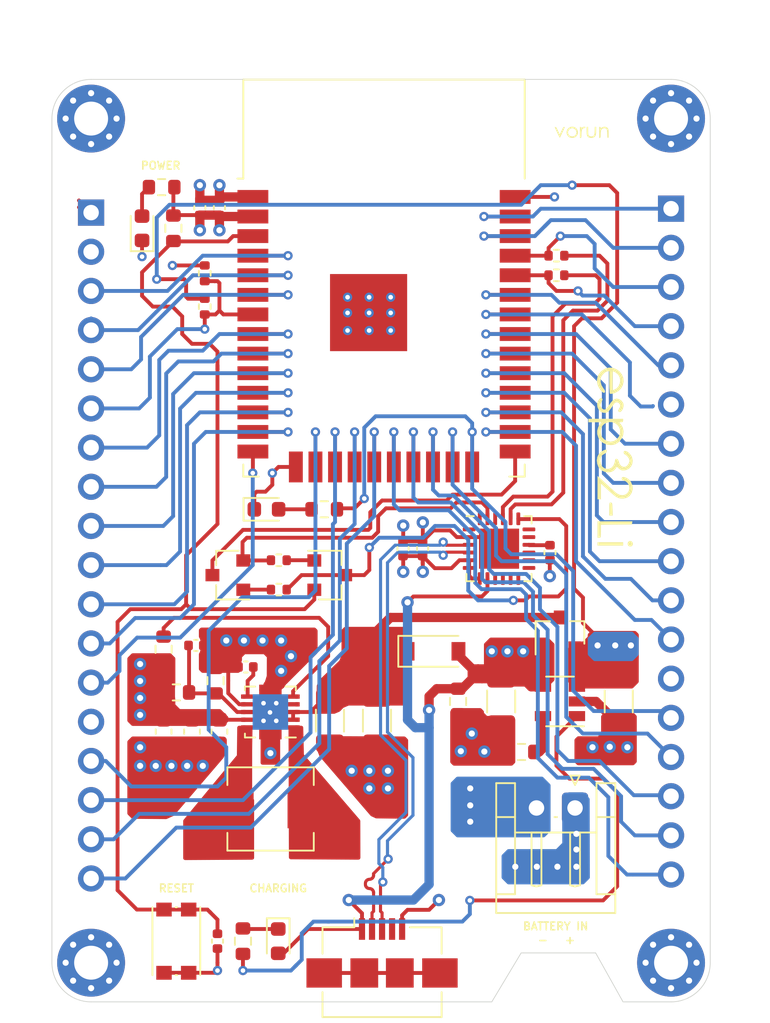
<source format=kicad_pcb>
(kicad_pcb (version 20171130) (host pcbnew "(5.1.10)-1")
  (layers (0 F.Cu signal) (1 GND power) (2 +3.3V power) (31 B.Cu signal) (34 B.Paste user hide) (35 F.Paste user hide) (36 B.SilkS user hide) (37 F.SilkS user) (38 B.Mask user hide) (39 F.Mask user hide) (44 Edge.Cuts user))
  (net 0 "")
  (net 1 "Net-(U1-Pad32)")
  (net 2 "Net-(U3-Pad24)")
  (net 3 "Net-(U3-Pad22)")
  (net 4 "Net-(U3-Pad18)")
  (net 5 "Net-(U3-Pad17)")
  (net 6 "Net-(U3-Pad15)")
  (net 7 "Net-(U3-Pad14)")
  (net 8 "Net-(U3-Pad13)")
  (net 9 "Net-(U3-Pad12)")
  (net 10 "Net-(U3-Pad11)")
  (net 11 "Net-(U3-Pad10)")
  (net 12 "Net-(U3-Pad9)")
  (net 13 "Net-(U3-Pad1)")
  (net 14 "Net-(J1-Pad6)")
  (net 15 "Net-(J1-Pad4)")
  (net 16 /D+)
  (net 17 GND)
  (net 18 VBUS)
  (net 19 /D-)
  (net 20 /GPIO0)
  (net 21 /DTR)
  (net 22 "Net-(Q2-Pad1)")
  (net 23 /RTS)
  (net 24 /RESET)
  (net 25 "Net-(Q3-Pad1)")
  (net 26 +3V3)
  (net 27 "Net-(R3-Pad1)")
  (net 28 +BATT)
  (net 29 "Net-(R2-Pad2)")
  (net 30 /TX_CP)
  (net 31 /RX_CP)
  (net 32 "Net-(C6-Pad1)")
  (net 33 "Net-(C7-Pad1)")
  (net 34 "Net-(C11-Pad1)")
  (net 35 "Net-(C12-Pad1)")
  (net 36 "Net-(D1-Pad1)")
  (net 37 "Net-(L1-Pad2)")
  (net 38 "Net-(L1-Pad1)")
  (net 39 "Net-(R13-Pad2)")
  (net 40 "Net-(J3-Pad6)")
  (net 41 18)
  (net 42 17)
  (net 43 16)
  (net 44 15)
  (net 45 13)
  (net 46 12)
  (net 47 11)
  (net 48 10)
  (net 49 9)
  (net 50 8)
  (net 51 7)
  (net 52 6)
  (net 53 5)
  (net 54 4)
  (net 55 3)
  (net 56 19)
  (net 57 20)
  (net 58 21)
  (net 59 22)
  (net 60 23)
  (net 61 25)
  (net 62 26)
  (net 63 27)
  (net 64 29)
  (net 65 28)
  (net 66 30)
  (net 67 32)
  (net 68 33)
  (net 69 34)
  (net 70 35)
  (net 71 36)
  (net 72 "Net-(D3-Pad2)")
  (net 73 "Net-(D4-Pad2)")
  (module xdxd:v (layer F.Cu) (at 161.417 69.977)
    (fp_text reference G*** hide)
    (fp_text value LOGO hide)
  )
  (module xdxd:esp32-Li (layer F.Cu) (at 163.322 91.44 270)
    (fp_text reference G*** hide)
    (fp_text value LOGO hide)
  )
  (module Resistor_SMD:R_0603_1608Metric (layer F.Cu) (at 144.7165 94.4245 180)
    (fp_text reference R15 hide)
    (fp_text value 1k)
    (pad 2 smd roundrect (at 0.825 0 180) (size 0.8 0.95) (layers F.Cu F.Paste F.Mask) (net 73 "Net-(D4-Pad2)"))
    (pad 1 smd roundrect (at -0.825 0 180) (size 0.8 0.95) (layers F.Cu F.Paste F.Mask) (net 60 23))
  )
  (module LED_SMD:LED_0603_1608Metric (layer F.Cu) (at 140.97 94.4245)
    (fp_text reference D4 hide)
    (fp_text value LED)
    (pad 2 smd roundrect (at 0.7875 0) (size 0.875 0.95) (layers F.Cu F.Paste F.Mask) (net 73 "Net-(D4-Pad2)"))
    (pad 1 smd roundrect (at -0.7875 0) (size 0.875 0.95) (layers F.Cu F.Paste F.Mask) (net 17 GND))
  )
  (module Connector_PinHeader_2.54mm:PinHeader_1x18_P2.54mm_Vertical (layer F.Cu) (at 167.1955 74.93)
    (fp_text reference J3 hide)
    (fp_text value Conn_01x18_Male)
    (pad 18 thru_hole oval (at 0 43.18) (size 1.7 1.7) (drill 1) (layers *.Cu *.Mask) (net 56 19))
    (pad 17 thru_hole oval (at 0 40.64) (size 1.7 1.7) (drill 1) (layers *.Cu *.Mask) (net 57 20))
    (pad 16 thru_hole oval (at 0 38.1) (size 1.7 1.7) (drill 1) (layers *.Cu *.Mask) (net 58 21))
    (pad 15 thru_hole oval (at 0 35.56) (size 1.7 1.7) (drill 1) (layers *.Cu *.Mask) (net 59 22))
    (pad 14 thru_hole oval (at 0 33.02) (size 1.7 1.7) (drill 1) (layers *.Cu *.Mask) (net 60 23))
    (pad 13 thru_hole oval (at 0 30.48) (size 1.7 1.7) (drill 1) (layers *.Cu *.Mask) (net 26 +3V3))
    (pad 12 thru_hole oval (at 0 27.94) (size 1.7 1.7) (drill 1) (layers *.Cu *.Mask) (net 61 25))
    (pad 11 thru_hole oval (at 0 25.4) (size 1.7 1.7) (drill 1) (layers *.Cu *.Mask) (net 62 26))
    (pad 10 thru_hole oval (at 0 22.86) (size 1.7 1.7) (drill 1) (layers *.Cu *.Mask) (net 63 27))
    (pad 9 thru_hole oval (at 0 20.32) (size 1.7 1.7) (drill 1) (layers *.Cu *.Mask) (net 65 28))
    (pad 8 thru_hole oval (at 0 17.78) (size 1.7 1.7) (drill 1) (layers *.Cu *.Mask) (net 64 29))
    (pad 7 thru_hole oval (at 0 15.24) (size 1.7 1.7) (drill 1) (layers *.Cu *.Mask) (net 66 30))
    (pad 6 thru_hole oval (at 0 12.7) (size 1.7 1.7) (drill 1) (layers *.Cu *.Mask) (net 40 "Net-(J3-Pad6)"))
    (pad 5 thru_hole oval (at 0 10.16) (size 1.7 1.7) (drill 1) (layers *.Cu *.Mask) (net 67 32))
    (pad 4 thru_hole oval (at 0 7.62) (size 1.7 1.7) (drill 1) (layers *.Cu *.Mask) (net 68 33))
    (pad 3 thru_hole oval (at 0 5.08) (size 1.7 1.7) (drill 1) (layers *.Cu *.Mask) (net 69 34))
    (pad 2 thru_hole oval (at 0 2.54) (size 1.7 1.7) (drill 1) (layers *.Cu *.Mask) (net 70 35))
    (pad 1 thru_hole rect (at 0 0) (size 1.7 1.7) (drill 1) (layers *.Cu *.Mask) (net 71 36))
  )
  (module Connector_PinHeader_2.54mm:PinHeader_1x18_P2.54mm_Vertical (layer F.Cu) (at 129.6035 75.184)
    (fp_text reference J2 hide)
    (fp_text value Conn_01x18_Male)
    (pad 1 thru_hole rect (at 0 0) (size 1.7 1.7) (drill 1) (layers *.Cu *.Mask) (net 17 GND))
    (pad 2 thru_hole oval (at 0 2.54) (size 1.7 1.7) (drill 1) (layers *.Cu *.Mask) (net 26 +3V3))
    (pad 3 thru_hole oval (at 0 5.08) (size 1.7 1.7) (drill 1) (layers *.Cu *.Mask) (net 55 3))
    (pad 4 thru_hole oval (at 0 7.62) (size 1.7 1.7) (drill 1) (layers *.Cu *.Mask) (net 54 4))
    (pad 5 thru_hole oval (at 0 10.16) (size 1.7 1.7) (drill 1) (layers *.Cu *.Mask) (net 53 5))
    (pad 6 thru_hole oval (at 0 12.7) (size 1.7 1.7) (drill 1) (layers *.Cu *.Mask) (net 52 6))
    (pad 7 thru_hole oval (at 0 15.24) (size 1.7 1.7) (drill 1) (layers *.Cu *.Mask) (net 51 7))
    (pad 8 thru_hole oval (at 0 17.78) (size 1.7 1.7) (drill 1) (layers *.Cu *.Mask) (net 50 8))
    (pad 9 thru_hole oval (at 0 20.32) (size 1.7 1.7) (drill 1) (layers *.Cu *.Mask) (net 49 9))
    (pad 10 thru_hole oval (at 0 22.86) (size 1.7 1.7) (drill 1) (layers *.Cu *.Mask) (net 48 10))
    (pad 11 thru_hole oval (at 0 25.4) (size 1.7 1.7) (drill 1) (layers *.Cu *.Mask) (net 47 11))
    (pad 12 thru_hole oval (at 0 27.94) (size 1.7 1.7) (drill 1) (layers *.Cu *.Mask) (net 46 12))
    (pad 13 thru_hole oval (at 0 30.48) (size 1.7 1.7) (drill 1) (layers *.Cu *.Mask) (net 45 13))
    (pad 14 thru_hole oval (at 0 33.02) (size 1.7 1.7) (drill 1) (layers *.Cu *.Mask) (net 17 GND))
    (pad 15 thru_hole oval (at 0 35.56) (size 1.7 1.7) (drill 1) (layers *.Cu *.Mask) (net 44 15))
    (pad 16 thru_hole oval (at 0 38.1) (size 1.7 1.7) (drill 1) (layers *.Cu *.Mask) (net 43 16))
    (pad 17 thru_hole oval (at 0 40.64) (size 1.7 1.7) (drill 1) (layers *.Cu *.Mask) (net 42 17))
    (pad 18 thru_hole oval (at 0 43.18) (size 1.7 1.7) (drill 1) (layers *.Cu *.Mask) (net 41 18))
  )
  (module RF_Module:ESP32-WROOM-32 (layer F.Cu) (at 148.59 82.423)
    (fp_text reference U1 hide)
    (fp_text value ESP32-WROOM-32)
    (pad 38 smd rect (at 8.5 -8.255) (size 2 0.9) (layers F.Cu F.Paste F.Mask) (net 17 GND))
    (pad 37 smd rect (at 8.5 -6.985) (size 2 0.9) (layers F.Cu F.Paste F.Mask) (net 71 36))
    (pad 36 smd rect (at 8.5 -5.715) (size 2 0.9) (layers F.Cu F.Paste F.Mask) (net 70 35))
    (pad 35 smd rect (at 8.5 -4.445) (size 2 0.9) (layers F.Cu F.Paste F.Mask) (net 69 34))
    (pad 34 smd rect (at 8.5 -3.175) (size 2 0.9) (layers F.Cu F.Paste F.Mask) (net 68 33))
    (pad 33 smd rect (at 8.5 -1.905) (size 2 0.9) (layers F.Cu F.Paste F.Mask) (net 67 32))
    (pad 32 smd rect (at 8.5 -0.635) (size 2 0.9) (layers F.Cu F.Paste F.Mask) (net 1 "Net-(U1-Pad32)"))
    (pad 31 smd rect (at 8.5 0.635) (size 2 0.9) (layers F.Cu F.Paste F.Mask) (net 66 30))
    (pad 30 smd rect (at 8.5 1.905) (size 2 0.9) (layers F.Cu F.Paste F.Mask) (net 64 29))
    (pad 29 smd rect (at 8.5 3.175) (size 2 0.9) (layers F.Cu F.Paste F.Mask) (net 65 28))
    (pad 28 smd rect (at 8.5 4.445) (size 2 0.9) (layers F.Cu F.Paste F.Mask) (net 63 27))
    (pad 27 smd rect (at 8.5 5.715) (size 2 0.9) (layers F.Cu F.Paste F.Mask) (net 62 26))
    (pad 26 smd rect (at 8.5 6.985) (size 2 0.9) (layers F.Cu F.Paste F.Mask) (net 61 25))
    (pad 25 smd rect (at 8.5 8.255) (size 2 0.9) (layers F.Cu F.Paste F.Mask) (net 20 /GPIO0))
    (pad 24 smd rect (at 5.715 9.255 90) (size 2 0.9) (layers F.Cu F.Paste F.Mask) (net 60 23))
    (pad 23 smd rect (at 4.445 9.255 90) (size 2 0.9) (layers F.Cu F.Paste F.Mask) (net 59 22))
    (pad 22 smd rect (at 3.175 9.255 90) (size 2 0.9) (layers F.Cu F.Paste F.Mask) (net 58 21))
    (pad 21 smd rect (at 1.905 9.255 90) (size 2 0.9) (layers F.Cu F.Paste F.Mask) (net 57 20))
    (pad 20 smd rect (at 0.635 9.255 90) (size 2 0.9) (layers F.Cu F.Paste F.Mask) (net 56 19))
    (pad 19 smd rect (at -0.635 9.255 90) (size 2 0.9) (layers F.Cu F.Paste F.Mask) (net 41 18))
    (pad 18 smd rect (at -1.905 9.255 90) (size 2 0.9) (layers F.Cu F.Paste F.Mask) (net 42 17))
    (pad 17 smd rect (at -3.175 9.255 90) (size 2 0.9) (layers F.Cu F.Paste F.Mask) (net 43 16))
    (pad 16 smd rect (at -4.445 9.255 90) (size 2 0.9) (layers F.Cu F.Paste F.Mask) (net 44 15))
    (pad 15 smd rect (at -5.715 9.255 90) (size 2 0.9) (layers F.Cu F.Paste F.Mask) (net 17 GND))
    (pad 14 smd rect (at -8.5 8.255) (size 2 0.9) (layers F.Cu F.Paste F.Mask) (net 45 13))
    (pad 13 smd rect (at -8.5 6.985) (size 2 0.9) (layers F.Cu F.Paste F.Mask) (net 46 12))
    (pad 12 smd rect (at -8.5 5.715) (size 2 0.9) (layers F.Cu F.Paste F.Mask) (net 47 11))
    (pad 11 smd rect (at -8.5 4.445) (size 2 0.9) (layers F.Cu F.Paste F.Mask) (net 48 10))
    (pad 10 smd rect (at -8.5 3.175) (size 2 0.9) (layers F.Cu F.Paste F.Mask) (net 49 9))
    (pad 9 smd rect (at -8.5 1.905) (size 2 0.9) (layers F.Cu F.Paste F.Mask) (net 50 8))
    (pad 8 smd rect (at -8.5 0.635) (size 2 0.9) (layers F.Cu F.Paste F.Mask) (net 51 7))
    (pad 7 smd rect (at -8.5 -0.635) (size 2 0.9) (layers F.Cu F.Paste F.Mask) (net 52 6))
    (pad 6 smd rect (at -8.5 -1.905) (size 2 0.9) (layers F.Cu F.Paste F.Mask) (net 53 5))
    (pad 5 smd rect (at -8.5 -3.175) (size 2 0.9) (layers F.Cu F.Paste F.Mask) (net 54 4))
    (pad 4 smd rect (at -8.5 -4.445) (size 2 0.9) (layers F.Cu F.Paste F.Mask) (net 55 3))
    (pad 3 smd rect (at -8.5 -5.715) (size 2 0.9) (layers F.Cu F.Paste F.Mask) (net 24 /RESET))
    (pad 2 smd rect (at -8.5 -6.985) (size 2 0.9) (layers F.Cu F.Paste F.Mask) (net 26 +3V3))
    (pad 1 smd rect (at -8.5 -8.255) (size 2 0.9) (layers F.Cu F.Paste F.Mask) (net 17 GND))
    (pad 39 smd rect (at -1 -0.755) (size 5 5) (layers F.Cu F.Paste F.Mask) (net 17 GND))
  )
  (module Package_TO_SOT_SMD:SOT-23 (layer F.Cu) (at 159.9946 102.4382 90)
    (fp_text reference Q1 hide)
    (fp_text value AO3401A)
    (pad 1 smd rect (at -1 -0.95 90) (size 0.9 0.8) (layers F.Cu F.Paste F.Mask) (net 18 VBUS))
    (pad 2 smd rect (at -1 0.95 90) (size 0.9 0.8) (layers F.Cu F.Paste F.Mask) (net 28 +BATT))
    (pad 3 smd rect (at 1 0 90) (size 0.9 0.8) (layers F.Cu F.Paste F.Mask) (net 33 "Net-(C7-Pad1)"))
  )
  (module Resistor_SMD:R_0603_1608Metric (layer F.Cu) (at 134.175 73.533 180)
    (fp_text reference R14 hide)
    (fp_text value 1k)
    (pad 2 smd roundrect (at 0.825 0 180) (size 0.8 0.95) (layers F.Cu F.Paste F.Mask) (net 72 "Net-(D3-Pad2)"))
    (pad 1 smd roundrect (at -0.825 0 180) (size 0.8 0.95) (layers F.Cu F.Paste F.Mask) (net 26 +3V3))
  )
  (module LED_SMD:LED_0603_1608Metric (layer F.Cu) (at 132.9055 76.2 90)
    (fp_text reference D3 hide)
    (fp_text value LED)
    (pad 1 smd roundrect (at -0.7875 0 90) (size 0.875 0.95) (layers F.Cu F.Paste F.Mask) (net 17 GND))
    (pad 2 smd roundrect (at 0.7875 0 90) (size 0.875 0.95) (layers F.Cu F.Paste F.Mask) (net 72 "Net-(D3-Pad2)"))
  )
  (module Capacitor_SMD:C_0402_1005Metric (layer F.Cu) (at 136.652 74.8665 90)
    (fp_text reference C4 hide)
    (fp_text value 100nF)
    (pad 2 smd roundrect (at 0.48 0 90) (size 0.56 0.62) (layers F.Cu F.Paste F.Mask) (net 17 GND))
    (pad 1 smd roundrect (at -0.48 0 90) (size 0.56 0.62) (layers F.Cu F.Paste F.Mask) (net 26 +3V3))
  )
  (module Package_SON:Texas_S-PWSON-N10_ThermalVias (layer F.Cu) (at 141.224 107.569 180)
    (fp_text reference U4 hide)
    (fp_text value TPS63060)
    (pad 11 smd rect (at 0.6 1.425 180) (size 0.23 0.6) (layers F.Cu F.Paste F.Mask) (net 17 GND))
    (pad 11 smd rect (at 0.2 1.425 180) (size 0.23 0.6) (layers F.Cu F.Paste F.Mask) (net 17 GND))
    (pad 11 smd rect (at -0.2 1.425 180) (size 0.23 0.6) (layers F.Cu F.Paste F.Mask) (net 17 GND))
    (pad 11 smd rect (at -0.6 1.425 180) (size 0.23 0.6) (layers F.Cu F.Paste F.Mask) (net 17 GND))
    (pad 11 smd rect (at 0.6 -1.425 180) (size 0.23 0.6) (layers F.Cu F.Paste F.Mask) (net 17 GND))
    (pad 11 smd rect (at 0.2 -1.425 180) (size 0.23 0.6) (layers F.Cu F.Paste F.Mask) (net 17 GND))
    (pad 11 smd rect (at -0.2 -1.425 180) (size 0.23 0.6) (layers F.Cu F.Paste F.Mask) (net 17 GND))
    (pad 11 smd rect (at -0.6 -1.425 180) (size 0.23 0.6) (layers F.Cu F.Paste F.Mask) (net 17 GND))
    (pad 11 smd rect (at -0.001 0 180) (size 2.3 2.3) (layers B.Cu) (net 17 GND))
    (pad 10 smd oval (at 1.475 -1 180) (size 0.85 0.28) (layers F.Cu F.Paste F.Mask) (net 37 "Net-(L1-Pad2)"))
    (pad 9 smd oval (at 1.475 -0.5 180) (size 0.85 0.28) (layers F.Cu F.Paste F.Mask) (net 26 +3V3))
    (pad 8 smd oval (at 1.475 0 180) (size 0.85 0.28) (layers F.Cu F.Paste F.Mask) (net 35 "Net-(C12-Pad1)"))
    (pad 7 smd rect (at 1.76 0.5 180) (size 0.28 0.28) (layers F.Cu F.Paste F.Mask) (net 17 GND))
    (pad 6 smd rect (at 1.76 1 180) (size 0.28 0.28) (layers F.Cu F.Paste F.Mask) (net 34 "Net-(C11-Pad1)"))
    (pad 5 smd oval (at -1.475 1 180) (size 0.85 0.28) (layers F.Cu F.Paste F.Mask) (net 39 "Net-(R13-Pad2)"))
    (pad 4 smd rect (at -1.76 0.5 180) (size 0.28 0.28) (layers F.Cu F.Paste F.Mask) (net 17 GND))
    (pad 3 smd oval (at -1.475 0 180) (size 0.85 0.28) (layers F.Cu F.Paste F.Mask) (net 33 "Net-(C7-Pad1)"))
    (pad 2 smd rect (at -1.76 -0.5 180) (size 0.28 0.28) (layers F.Cu F.Paste F.Mask) (net 33 "Net-(C7-Pad1)"))
    (pad 1 smd rect (at -1.76 -1 180) (size 0.28 0.28) (layers F.Cu F.Paste F.Mask) (net 38 "Net-(L1-Pad1)"))
    (pad 11 smd rect (at 0 0 180) (size 1.7 2.15) (layers F.Cu F.Mask) (net 17 GND))
    (pad 11 smd rect (at 0.2 1.425 180) (size 0.25 0.7) (layers F.Cu F.Paste F.Mask) (net 17 GND))
    (pad 11 smd rect (at -0.2 1.425 180) (size 0.25 0.7) (layers F.Cu F.Paste F.Mask) (net 17 GND))
    (pad 11 smd rect (at 0.2 -1.425 180) (size 0.25 0.7) (layers F.Cu F.Paste F.Mask) (net 17 GND))
    (pad 11 smd rect (at -0.2 -1.425 180) (size 0.25 0.7) (layers F.Cu F.Paste F.Mask) (net 17 GND))
    (pad 10 smd rect (at 1.76 -1 180) (size 0.28 0.28) (layers F.Cu F.Paste F.Mask) (net 37 "Net-(L1-Pad2)"))
    (pad 9 smd rect (at 1.76 -0.5 180) (size 0.28 0.28) (layers F.Cu F.Paste F.Mask) (net 26 +3V3))
    (pad 8 smd rect (at 1.76 0 180) (size 0.28 0.28) (layers F.Cu F.Paste F.Mask) (net 35 "Net-(C12-Pad1)"))
    (pad 7 smd oval (at 1.475 0.5 180) (size 0.85 0.28) (layers F.Cu F.Paste F.Mask) (net 17 GND))
    (pad 6 smd oval (at 1.475 1 180) (size 0.85 0.28) (layers F.Cu F.Paste F.Mask) (net 34 "Net-(C11-Pad1)"))
    (pad 5 smd rect (at -1.76 1 180) (size 0.28 0.28) (layers F.Cu F.Paste F.Mask) (net 39 "Net-(R13-Pad2)"))
    (pad 4 smd oval (at -1.475 0.5 180) (size 0.85 0.28) (layers F.Cu F.Paste F.Mask) (net 17 GND))
    (pad 3 smd rect (at -1.76 0 180) (size 0.28 0.28) (layers F.Cu F.Paste F.Mask) (net 33 "Net-(C7-Pad1)"))
    (pad 2 smd oval (at -1.475 -0.5 180) (size 0.85 0.28) (layers F.Cu F.Paste F.Mask) (net 33 "Net-(C7-Pad1)"))
    (pad 1 smd oval (at -1.475 -1 180) (size 0.85 0.28) (layers F.Cu F.Paste F.Mask) (net 38 "Net-(L1-Pad1)"))
    (pad 11 smd rect (at 0.6 -1.425 180) (size 0.25 0.7) (layers F.Cu F.Paste F.Mask) (net 17 GND))
    (pad 11 smd rect (at -0.6 -1.425 180) (size 0.25 0.7) (layers F.Cu F.Paste F.Mask) (net 17 GND))
    (pad 11 smd rect (at 0.6 1.425 180) (size 0.25 0.7) (layers F.Cu F.Paste F.Mask) (net 17 GND))
    (pad 11 smd rect (at -0.6 1.425 180) (size 0.25 0.7) (layers F.Cu F.Paste F.Mask) (net 17 GND))
  )
  (module MountingHole:MountingHole_2.2mm_M2_Pad_Via (layer F.Cu) (at 167.1955 123.825)
    (fp_text reference H4 hide)
    (fp_text value MountingHole)
    (pad 1 thru_hole circle (at 1.166726 -1.166726) (size 0.7 0.7) (drill 0.4) (layers *.Cu *.Mask))
    (pad 1 thru_hole circle (at 0 -1.65) (size 0.7 0.7) (drill 0.4) (layers *.Cu *.Mask))
    (pad 1 thru_hole circle (at -1.166726 -1.166726) (size 0.7 0.7) (drill 0.4) (layers *.Cu *.Mask))
    (pad 1 thru_hole circle (at -1.65 0) (size 0.7 0.7) (drill 0.4) (layers *.Cu *.Mask))
    (pad 1 thru_hole circle (at -1.166726 1.166726) (size 0.7 0.7) (drill 0.4) (layers *.Cu *.Mask))
    (pad 1 thru_hole circle (at 0 1.65) (size 0.7 0.7) (drill 0.4) (layers *.Cu *.Mask))
    (pad 1 thru_hole circle (at 1.166726 1.166726) (size 0.7 0.7) (drill 0.4) (layers *.Cu *.Mask))
    (pad 1 thru_hole circle (at 1.65 0) (size 0.7 0.7) (drill 0.4) (layers *.Cu *.Mask))
    (pad 1 thru_hole circle (at 0 0) (size 4.4 4.4) (drill 2.2) (layers *.Cu *.Mask))
  )
  (module MountingHole:MountingHole_2.2mm_M2_Pad_Via (layer F.Cu) (at 167.1955 69.088)
    (fp_text reference H3 hide)
    (fp_text value MountingHole)
    (pad 1 thru_hole circle (at 1.166726 -1.166726) (size 0.7 0.7) (drill 0.4) (layers *.Cu *.Mask))
    (pad 1 thru_hole circle (at 0 -1.65) (size 0.7 0.7) (drill 0.4) (layers *.Cu *.Mask))
    (pad 1 thru_hole circle (at -1.166726 -1.166726) (size 0.7 0.7) (drill 0.4) (layers *.Cu *.Mask))
    (pad 1 thru_hole circle (at -1.65 0) (size 0.7 0.7) (drill 0.4) (layers *.Cu *.Mask))
    (pad 1 thru_hole circle (at -1.166726 1.166726) (size 0.7 0.7) (drill 0.4) (layers *.Cu *.Mask))
    (pad 1 thru_hole circle (at 0 1.65) (size 0.7 0.7) (drill 0.4) (layers *.Cu *.Mask))
    (pad 1 thru_hole circle (at 1.166726 1.166726) (size 0.7 0.7) (drill 0.4) (layers *.Cu *.Mask))
    (pad 1 thru_hole circle (at 1.65 0) (size 0.7 0.7) (drill 0.4) (layers *.Cu *.Mask))
    (pad 1 thru_hole circle (at 0 0) (size 4.4 4.4) (drill 2.2) (layers *.Cu *.Mask))
  )
  (module MountingHole:MountingHole_2.2mm_M2_Pad_Via (layer F.Cu) (at 129.6035 123.825)
    (fp_text reference H2 hide)
    (fp_text value MountingHole)
    (pad 1 thru_hole circle (at 0 0) (size 4.4 4.4) (drill 2.2) (layers *.Cu *.Mask))
    (pad 1 thru_hole circle (at 1.65 0) (size 0.7 0.7) (drill 0.4) (layers *.Cu *.Mask))
    (pad 1 thru_hole circle (at 1.166726 1.166726) (size 0.7 0.7) (drill 0.4) (layers *.Cu *.Mask))
    (pad 1 thru_hole circle (at 0 1.65) (size 0.7 0.7) (drill 0.4) (layers *.Cu *.Mask))
    (pad 1 thru_hole circle (at -1.166726 1.166726) (size 0.7 0.7) (drill 0.4) (layers *.Cu *.Mask))
    (pad 1 thru_hole circle (at -1.65 0) (size 0.7 0.7) (drill 0.4) (layers *.Cu *.Mask))
    (pad 1 thru_hole circle (at -1.166726 -1.166726) (size 0.7 0.7) (drill 0.4) (layers *.Cu *.Mask))
    (pad 1 thru_hole circle (at 0 -1.65) (size 0.7 0.7) (drill 0.4) (layers *.Cu *.Mask))
    (pad 1 thru_hole circle (at 1.166726 -1.166726) (size 0.7 0.7) (drill 0.4) (layers *.Cu *.Mask))
  )
  (module MountingHole:MountingHole_2.2mm_M2_Pad_Via (layer F.Cu) (at 129.6035 69.088)
    (fp_text reference H1 hide)
    (fp_text value MountingHole)
    (pad 1 thru_hole circle (at 0 0) (size 4.4 4.4) (drill 2.2) (layers *.Cu *.Mask))
    (pad 1 thru_hole circle (at 1.65 0) (size 0.7 0.7) (drill 0.4) (layers *.Cu *.Mask))
    (pad 1 thru_hole circle (at 1.166726 1.166726) (size 0.7 0.7) (drill 0.4) (layers *.Cu *.Mask))
    (pad 1 thru_hole circle (at 0 1.65) (size 0.7 0.7) (drill 0.4) (layers *.Cu *.Mask))
    (pad 1 thru_hole circle (at -1.166726 1.166726) (size 0.7 0.7) (drill 0.4) (layers *.Cu *.Mask))
    (pad 1 thru_hole circle (at -1.65 0) (size 0.7 0.7) (drill 0.4) (layers *.Cu *.Mask))
    (pad 1 thru_hole circle (at -1.166726 -1.166726) (size 0.7 0.7) (drill 0.4) (layers *.Cu *.Mask))
    (pad 1 thru_hole circle (at 0 -1.65) (size 0.7 0.7) (drill 0.4) (layers *.Cu *.Mask))
    (pad 1 thru_hole circle (at 1.166726 -1.166726) (size 0.7 0.7) (drill 0.4) (layers *.Cu *.Mask))
  )
  (module Connector_JST:JST_EH_S2B-EH_1x02_P2.50mm_Horizontal (layer F.Cu) (at 160.9725 113.792 180)
    (fp_text reference BT1 hide)
    (fp_text value Battery_Cell)
    (pad 2 thru_hole oval (at 2.5 0 180) (size 1.7 2) (drill 1) (layers *.Cu *.Mask) (net 17 GND))
    (pad 1 thru_hole roundrect (at 0 0 180) (size 1.7 2) (drill 1) (layers *.Cu *.Mask) (roundrect_rratio 0.1470588235294118) (net 28 +BATT))
  )
  (module Connector_USB:USB_Micro-B_Amphenol_10104110_Horizontal (layer F.Cu) (at 148.463 123.19)
    (fp_text reference J1 hide)
    (fp_text value USB_B_Micro)
    (pad 1 smd rect (at -1.3 -1.55) (size 0.4 1.4) (layers F.Cu F.Paste F.Mask) (net 18 VBUS))
    (pad 2 smd rect (at -0.65 -1.55) (size 0.4 1.4) (layers F.Cu F.Paste F.Mask) (net 19 /D-))
    (pad 3 smd rect (at 0 -1.55) (size 0.4 1.4) (layers F.Cu F.Paste F.Mask) (net 16 /D+))
    (pad 4 smd rect (at 0.65 -1.55) (size 0.4 1.4) (layers F.Cu F.Paste F.Mask) (net 15 "Net-(J1-Pad4)"))
    (pad 5 smd rect (at 1.3 -1.55) (size 0.4 1.4) (layers F.Cu F.Paste F.Mask) (net 17 GND))
    (pad 6 smd rect (at -3.75 1.3) (size 2.3 1.9) (layers F.Cu F.Paste F.Mask) (net 14 "Net-(J1-Pad6)"))
    (pad 6 smd rect (at 3.75 1.3) (size 2.3 1.9) (layers F.Cu F.Paste F.Mask) (net 14 "Net-(J1-Pad6)"))
    (pad 6 smd rect (at -1.15 1.3) (size 1.8 1.9) (layers F.Cu F.Paste F.Mask) (net 14 "Net-(J1-Pad6)"))
    (pad 6 smd rect (at 1.15 1.3) (size 1.8 1.9) (layers F.Cu F.Paste F.Mask) (net 14 "Net-(J1-Pad6)"))
  )
  (module Capacitor_SMD:C_0603_1608Metric (layer F.Cu) (at 134.3025 108.839 270)
    (fp_text reference C15 hide)
    (fp_text value 22uF)
    (pad 2 smd roundrect (at 0.775 0 270) (size 0.9 0.95) (layers F.Cu F.Paste F.Mask) (net 17 GND))
    (pad 1 smd roundrect (at -0.775 0 270) (size 0.9 0.95) (layers F.Cu F.Paste F.Mask) (net 26 +3V3))
  )
  (module Button_Switch_SMD:SW_Push_1P1T_NO_CK_KMR2 (layer F.Cu) (at 135.128 122.428 90)
    (fp_text reference SW1 hide)
    (fp_text value SW_MEC_5E)
    (pad 3 smd rect (at 2.05 0.8 90) (size 0.9 1) (layers F.Cu F.Paste F.Mask) (net 24 /RESET))
    (pad 4 smd rect (at 2.05 -0.8 90) (size 0.9 1) (layers F.Cu F.Paste F.Mask) (net 24 /RESET))
    (pad 2 smd rect (at -2.05 0.8 90) (size 0.9 1) (layers F.Cu F.Paste F.Mask) (net 17 GND))
    (pad 1 smd rect (at -2.05 -0.8 90) (size 0.9 1) (layers F.Cu F.Paste F.Mask) (net 17 GND))
  )
  (module Capacitor_SMD:C_0402_1005Metric (layer F.Cu) (at 149.8219 96.9772 90)
    (fp_text reference C8 hide)
    (fp_text value 10uF)
    (pad 1 smd roundrect (at -0.48 0 90) (size 0.56 0.62) (layers F.Cu F.Paste F.Mask) (net 26 +3V3))
    (pad 2 smd roundrect (at 0.48 0 90) (size 0.56 0.62) (layers F.Cu F.Paste F.Mask) (net 17 GND))
  )
  (module Capacitor_SMD:C_0402_1005Metric (layer F.Cu) (at 137.922 74.8665 90)
    (fp_text reference C2 hide)
    (fp_text value 10uF)
    (pad 2 smd roundrect (at 0.48 0 90) (size 0.56 0.62) (layers F.Cu F.Paste F.Mask) (net 17 GND))
    (pad 1 smd roundrect (at -0.48 0 90) (size 0.56 0.62) (layers F.Cu F.Paste F.Mask) (net 26 +3V3))
  )
  (module Capacitor_SMD:C_0402_1005Metric (layer F.Cu) (at 137.795 122.428 270)
    (fp_text reference C1 hide)
    (fp_text value 10uF)
    (pad 2 smd roundrect (at 0.48 0 270) (size 0.56 0.62) (layers F.Cu F.Paste F.Mask) (net 17 GND))
    (pad 1 smd roundrect (at -0.48 0 270) (size 0.56 0.62) (layers F.Cu F.Paste F.Mask) (net 24 /RESET))
  )
  (module Resistor_SMD:R_0603_1608Metric (layer F.Cu) (at 134.3025 103.505 90)
    (fp_text reference R13 hide)
    (fp_text value 1M)
    (pad 2 smd roundrect (at 0.825 0 90) (size 0.8 0.95) (layers F.Cu F.Paste F.Mask) (net 39 "Net-(R13-Pad2)"))
    (pad 1 smd roundrect (at -0.825 0 90) (size 0.8 0.95) (layers F.Cu F.Paste F.Mask) (net 26 +3V3))
  )
  (module Resistor_SMD:R_0603_1608Metric (layer F.Cu) (at 137.668 105.537 90)
    (fp_text reference R12 hide)
    (fp_text value 200k)
    (pad 2 smd roundrect (at 0.825 0 90) (size 0.8 0.95) (layers F.Cu F.Paste F.Mask) (net 17 GND))
    (pad 1 smd roundrect (at -0.825 0 90) (size 0.8 0.95) (layers F.Cu F.Paste F.Mask) (net 35 "Net-(C12-Pad1)"))
  )
  (module Resistor_SMD:R_0603_1608Metric (layer F.Cu) (at 135.128 106.299)
    (fp_text reference R11 hide)
    (fp_text value 1.12M)
    (pad 2 smd roundrect (at 0.825 0) (size 0.8 0.95) (layers F.Cu F.Paste F.Mask) (net 35 "Net-(C12-Pad1)"))
    (pad 1 smd roundrect (at -0.825 0) (size 0.8 0.95) (layers F.Cu F.Paste F.Mask) (net 26 +3V3))
  )
  (module Resistor_SMD:R_0402_1005Metric (layer F.Cu) (at 141.7701 97.7265 180)
    (fp_text reference R10 hide)
    (fp_text value 10k)
    (pad 1 smd roundrect (at -0.51 0 180) (size 0.54 0.64) (layers F.Cu F.Paste F.Mask) (net 25 "Net-(Q3-Pad1)"))
    (pad 2 smd roundrect (at 0.51 0 180) (size 0.54 0.64) (layers F.Cu F.Paste F.Mask) (net 21 /DTR))
  )
  (module Resistor_SMD:R_0402_1005Metric (layer F.Cu) (at 141.7701 99.6315)
    (fp_text reference R9 hide)
    (fp_text value 10k)
    (pad 1 smd roundrect (at -0.51 0) (size 0.54 0.64) (layers F.Cu F.Paste F.Mask) (net 22 "Net-(Q2-Pad1)"))
    (pad 2 smd roundrect (at 0.51 0) (size 0.54 0.64) (layers F.Cu F.Paste F.Mask) (net 23 /RTS))
  )
  (module Resistor_SMD:R_0603_1608Metric (layer F.Cu) (at 153.3906 106.8832 270)
    (fp_text reference R8 hide)
    (fp_text value 10k)
    (pad 2 smd roundrect (at 0.825 0 270) (size 0.8 0.95) (layers F.Cu F.Paste F.Mask) (net 17 GND))
    (pad 1 smd roundrect (at -0.825 0 270) (size 0.8 0.95) (layers F.Cu F.Paste F.Mask) (net 18 VBUS))
  )
  (module Resistor_SMD:R_0402_1005Metric (layer F.Cu) (at 159.764 79.248 180)
    (fp_text reference R7 hide)
    (fp_text value 470)
    (pad 2 smd roundrect (at 0.51 0 180) (size 0.54 0.64) (layers F.Cu F.Paste F.Mask) (net 68 33))
    (pad 1 smd roundrect (at -0.51 0 180) (size 0.54 0.64) (layers F.Cu F.Paste F.Mask) (net 30 /TX_CP))
  )
  (module Resistor_SMD:R_0402_1005Metric (layer F.Cu) (at 159.766 77.978 180)
    (fp_text reference R6 hide)
    (fp_text value 470)
    (pad 2 smd roundrect (at 0.51 0 180) (size 0.54 0.64) (layers F.Cu F.Paste F.Mask) (net 69 34))
    (pad 1 smd roundrect (at -0.51 0 180) (size 0.54 0.64) (layers F.Cu F.Paste F.Mask) (net 31 /RX_CP))
  )
  (module Resistor_SMD:R_0402_1005Metric (layer F.Cu) (at 136.9695 79.121 90)
    (fp_text reference R5 hide)
    (fp_text value 10k)
    (pad 2 smd roundrect (at 0.51 0 90) (size 0.54 0.64) (layers F.Cu F.Paste F.Mask) (net 17 GND))
    (pad 1 smd roundrect (at -0.51 0 90) (size 0.54 0.64) (layers F.Cu F.Paste F.Mask) (net 52 6))
  )
  (module Resistor_SMD:R_0402_1005Metric (layer F.Cu) (at 136.9695 81.28 270)
    (fp_text reference R4 hide)
    (fp_text value 10k)
    (pad 2 smd roundrect (at 0.51 0 270) (size 0.54 0.64) (layers F.Cu F.Paste F.Mask) (net 52 6))
    (pad 1 smd roundrect (at -0.51 0 270) (size 0.54 0.64) (layers F.Cu F.Paste F.Mask) (net 28 +BATT))
  )
  (module Resistor_SMD:R_0603_1608Metric (layer F.Cu) (at 157.5054 110.1598 180)
    (fp_text reference R3 hide)
    (fp_text value 2k)
    (pad 2 smd roundrect (at 0.825 0 180) (size 0.8 0.95) (layers F.Cu F.Paste F.Mask) (net 17 GND))
    (pad 1 smd roundrect (at -0.825 0 180) (size 0.8 0.95) (layers F.Cu F.Paste F.Mask) (net 27 "Net-(R3-Pad1)"))
  )
  (module Resistor_SMD:R_0603_1608Metric (layer F.Cu) (at 139.446 122.428 270)
    (fp_text reference R2 hide)
    (fp_text value 1k)
    (pad 2 smd roundrect (at 0.825 0 270) (size 0.8 0.95) (layers F.Cu F.Paste F.Mask) (net 29 "Net-(R2-Pad2)"))
    (pad 1 smd roundrect (at -0.825 0 270) (size 0.8 0.95) (layers F.Cu F.Paste F.Mask) (net 36 "Net-(D1-Pad1)"))
  )
  (module Resistor_SMD:R_0603_1608Metric (layer F.Cu) (at 134.9375 76.2 270)
    (fp_text reference R1 hide)
    (fp_text value 10k)
    (pad 2 smd roundrect (at 0.825 0 270) (size 0.8 0.95) (layers F.Cu F.Paste F.Mask) (net 24 /RESET))
    (pad 1 smd roundrect (at -0.825 0 270) (size 0.8 0.95) (layers F.Cu F.Paste F.Mask) (net 26 +3V3))
  )
  (module Inductor_SMD:L_Sunlord_MWSA0518_5.4x5.2mm (layer F.Cu) (at 141.2367 113.8555 180)
    (fp_text reference L1 hide)
    (fp_text value 10uH)
    (pad 2 smd rect (at 2.05 0 180) (size 1.9 2.5) (layers F.Cu F.Paste F.Mask) (net 37 "Net-(L1-Pad2)"))
    (pad 1 smd rect (at -2.05 0 180) (size 1.9 2.5) (layers F.Cu F.Paste F.Mask) (net 38 "Net-(L1-Pad1)"))
  )
  (module Diode_SMD:D_SOD-123 (layer F.Cu) (at 151.765 103.632)
    (fp_text reference D2 hide)
    (fp_text value B5819W)
    (pad 2 smd rect (at 1.65 0) (size 0.9 1.2) (layers F.Cu F.Paste F.Mask) (net 18 VBUS))
    (pad 1 smd rect (at -1.65 0) (size 0.9 1.2) (layers F.Cu F.Paste F.Mask) (net 33 "Net-(C7-Pad1)"))
  )
  (module LED_SMD:LED_0603_1608Metric (layer F.Cu) (at 141.732 122.428 270)
    (fp_text reference D1 hide)
    (fp_text value LED)
    (pad 2 smd roundrect (at 0.7875 0 270) (size 0.875 0.95) (layers F.Cu F.Paste F.Mask) (net 18 VBUS))
    (pad 1 smd roundrect (at -0.7875 0 270) (size 0.875 0.95) (layers F.Cu F.Paste F.Mask) (net 36 "Net-(D1-Pad1)"))
  )
  (module Capacitor_SMD:C_0603_1608Metric (layer F.Cu) (at 136.144 108.839 270)
    (fp_text reference C14 hide)
    (fp_text value 22uF)
    (pad 2 smd roundrect (at 0.775 0 270) (size 0.9 0.95) (layers F.Cu F.Paste F.Mask) (net 17 GND))
    (pad 1 smd roundrect (at -0.775 0 270) (size 0.9 0.95) (layers F.Cu F.Paste F.Mask) (net 26 +3V3))
  )
  (module Capacitor_SMD:C_0603_1608Metric (layer F.Cu) (at 137.922 108.839 270)
    (fp_text reference C13 hide)
    (fp_text value 22uF)
    (pad 2 smd roundrect (at 0.775 0 270) (size 0.9 0.95) (layers F.Cu F.Paste F.Mask) (net 17 GND))
    (pad 1 smd roundrect (at -0.775 0 270) (size 0.9 0.95) (layers F.Cu F.Paste F.Mask) (net 26 +3V3))
  )
  (module Capacitor_SMD:C_0402_1005Metric (layer F.Cu) (at 136.398 103.251)
    (fp_text reference C12 hide)
    (fp_text value 10pF)
    (pad 1 smd roundrect (at -0.48 0) (size 0.56 0.62) (layers F.Cu F.Paste F.Mask) (net 35 "Net-(C12-Pad1)"))
    (pad 2 smd roundrect (at 0.48 0) (size 0.56 0.62) (layers F.Cu F.Paste F.Mask) (net 17 GND))
  )
  (module Capacitor_SMD:C_0402_1005Metric (layer F.Cu) (at 139.6365 104.648 180)
    (fp_text reference C11 hide)
    (fp_text value 100nF)
    (pad 2 smd roundrect (at 0.48 0 180) (size 0.56 0.62) (layers F.Cu F.Paste F.Mask) (net 17 GND))
    (pad 1 smd roundrect (at -0.48 0 180) (size 0.56 0.62) (layers F.Cu F.Paste F.Mask) (net 34 "Net-(C11-Pad1)"))
  )
  (module Capacitor_SMD:C_0402_1005Metric (layer F.Cu) (at 151.0919 96.9772 90)
    (fp_text reference C10 hide)
    (fp_text value 100nF)
    (pad 1 smd roundrect (at -0.48 0 90) (size 0.56 0.62) (layers F.Cu F.Paste F.Mask) (net 26 +3V3))
    (pad 2 smd roundrect (at 0.48 0 90) (size 0.56 0.62) (layers F.Cu F.Paste F.Mask) (net 17 GND))
  )
  (module Capacitor_SMD:C_1206_3216Metric (layer F.Cu) (at 145.0848 108.1278 270)
    (fp_text reference C9 hide)
    (fp_text value 10uF)
    (pad 2 smd roundrect (at 1.475 0 270) (size 1.15 1.8) (layers F.Cu F.Paste F.Mask) (roundrect_rratio 0.2173904347826087) (net 17 GND))
    (pad 1 smd roundrect (at -1.475 0 270) (size 1.15 1.8) (layers F.Cu F.Paste F.Mask) (roundrect_rratio 0.2173904347826087) (net 33 "Net-(C7-Pad1)"))
  )
  (module Capacitor_SMD:C_1206_3216Metric (layer F.Cu) (at 148.1328 108.1278 270)
    (fp_text reference C7 hide)
    (fp_text value 10uF)
    (pad 2 smd roundrect (at 1.475 0 270) (size 1.15 1.8) (layers F.Cu F.Paste F.Mask) (roundrect_rratio 0.2173904347826087) (net 17 GND))
    (pad 1 smd roundrect (at -1.475 0 270) (size 1.15 1.8) (layers F.Cu F.Paste F.Mask) (roundrect_rratio 0.2173904347826087) (net 33 "Net-(C7-Pad1)"))
  )
  (module Capacitor_SMD:C_0402_1005Metric (layer F.Cu) (at 159.3469 97.2312 270)
    (fp_text reference C6 hide)
    (fp_text value 4.7uF)
    (pad 1 smd roundrect (at -0.48 0 270) (size 0.56 0.62) (layers F.Cu F.Paste F.Mask) (net 32 "Net-(C6-Pad1)"))
    (pad 2 smd roundrect (at 0.48 0 270) (size 0.56 0.62) (layers F.Cu F.Paste F.Mask) (net 17 GND))
  )
  (module Capacitor_SMD:C_1206_3216Metric (layer F.Cu) (at 163.8046 106.8832 270)
    (fp_text reference C5 hide)
    (fp_text value 4.7uF)
    (pad 2 smd roundrect (at 1.475 0 270) (size 1.15 1.8) (layers F.Cu F.Paste F.Mask) (roundrect_rratio 0.2173904347826087) (net 17 GND))
    (pad 1 smd roundrect (at -1.475 0 270) (size 1.15 1.8) (layers F.Cu F.Paste F.Mask) (roundrect_rratio 0.2173904347826087) (net 28 +BATT))
  )
  (module Capacitor_SMD:C_1206_3216Metric (layer F.Cu) (at 156.1846 106.8832 270)
    (fp_text reference C3 hide)
    (fp_text value 4.7uF)
    (pad 2 smd roundrect (at 1.475 0 270) (size 1.15 1.8) (layers F.Cu F.Paste F.Mask) (roundrect_rratio 0.2173904347826087) (net 17 GND))
    (pad 1 smd roundrect (at -1.475 0 270) (size 1.15 1.8) (layers F.Cu F.Paste F.Mask) (roundrect_rratio 0.2173904347826087) (net 18 VBUS))
  )
  (module Package_TO_SOT_SMD:SOT-23 (layer F.Cu) (at 145.0721 98.6917)
    (fp_text reference Q3 hide)
    (fp_text value BC847)
    (pad 1 smd rect (at -1 -0.95) (size 0.9 0.8) (layers F.Cu F.Paste F.Mask) (net 25 "Net-(Q3-Pad1)"))
    (pad 2 smd rect (at -1 0.95) (size 0.9 0.8) (layers F.Cu F.Paste F.Mask) (net 24 /RESET))
    (pad 3 smd rect (at 1 0) (size 0.9 0.8) (layers F.Cu F.Paste F.Mask) (net 23 /RTS))
  )
  (module Package_TO_SOT_SMD:SOT-23 (layer F.Cu) (at 138.4681 98.6917 180)
    (fp_text reference Q2 hide)
    (fp_text value BC847)
    (pad 1 smd rect (at -1 -0.95 180) (size 0.9 0.8) (layers F.Cu F.Paste F.Mask) (net 22 "Net-(Q2-Pad1)"))
    (pad 2 smd rect (at -1 0.95 180) (size 0.9 0.8) (layers F.Cu F.Paste F.Mask) (net 21 /DTR))
    (pad 3 smd rect (at 1 0 180) (size 0.9 0.8) (layers F.Cu F.Paste F.Mask) (net 20 /GPIO0))
  )
  (module Package_DFN_QFN:QFN-24-1EP_4x4mm_P0.5mm_EP2.6x2.6mm (layer F.Cu) (at 156.0449 96.9772)
    (fp_text reference U3 hide)
    (fp_text value CP2104)
    (pad 1 smd roundrect (at -1.9375 -1.25) (size 0.825 0.25) (layers F.Cu F.Paste F.Mask) (net 13 "Net-(U3-Pad1)"))
    (pad 2 smd roundrect (at -1.9375 -0.75) (size 0.825 0.25) (layers F.Cu F.Paste F.Mask) (net 17 GND))
    (pad 3 smd roundrect (at -1.9375 -0.25) (size 0.825 0.25) (layers F.Cu F.Paste F.Mask) (net 16 /D+))
    (pad 4 smd roundrect (at -1.9375 0.25) (size 0.825 0.25) (layers F.Cu F.Paste F.Mask) (net 19 /D-))
    (pad 5 smd roundrect (at -1.9375 0.75) (size 0.825 0.25) (layers F.Cu F.Paste F.Mask) (net 26 +3V3))
    (pad 6 smd roundrect (at -1.9375 1.25) (size 0.825 0.25) (layers F.Cu F.Paste F.Mask) (net 26 +3V3))
    (pad 7 smd roundrect (at -1.25 1.9375) (size 0.25 0.825) (layers F.Cu F.Paste F.Mask) (net 26 +3V3))
    (pad 8 smd roundrect (at -0.75 1.9375) (size 0.25 0.825) (layers F.Cu F.Paste F.Mask) (net 18 VBUS))
    (pad 9 smd roundrect (at -0.25 1.9375) (size 0.25 0.825) (layers F.Cu F.Paste F.Mask) (net 12 "Net-(U3-Pad9)"))
    (pad 10 smd roundrect (at 0.25 1.9375) (size 0.25 0.825) (layers F.Cu F.Paste F.Mask) (net 11 "Net-(U3-Pad10)"))
    (pad 11 smd roundrect (at 0.75 1.9375) (size 0.25 0.825) (layers F.Cu F.Paste F.Mask) (net 10 "Net-(U3-Pad11)"))
    (pad 12 smd roundrect (at 1.25 1.9375) (size 0.25 0.825) (layers F.Cu F.Paste F.Mask) (net 9 "Net-(U3-Pad12)"))
    (pad 13 smd roundrect (at 1.9375 1.25) (size 0.825 0.25) (layers F.Cu F.Paste F.Mask) (net 8 "Net-(U3-Pad13)"))
    (pad 14 smd roundrect (at 1.9375 0.75) (size 0.825 0.25) (layers F.Cu F.Paste F.Mask) (net 7 "Net-(U3-Pad14)"))
    (pad 15 smd roundrect (at 1.9375 0.25) (size 0.825 0.25) (layers F.Cu F.Paste F.Mask) (net 6 "Net-(U3-Pad15)"))
    (pad 16 smd roundrect (at 1.9375 -0.25) (size 0.825 0.25) (layers F.Cu F.Paste F.Mask) (net 32 "Net-(C6-Pad1)"))
    (pad 17 smd roundrect (at 1.9375 -0.75) (size 0.825 0.25) (layers F.Cu F.Paste F.Mask) (net 5 "Net-(U3-Pad17)"))
    (pad 18 smd roundrect (at 1.9375 -1.25) (size 0.825 0.25) (layers F.Cu F.Paste F.Mask) (net 4 "Net-(U3-Pad18)"))
    (pad 19 smd roundrect (at 1.25 -1.9375) (size 0.25 0.825) (layers F.Cu F.Paste F.Mask) (net 23 /RTS))
    (pad 20 smd roundrect (at 0.75 -1.9375) (size 0.25 0.825) (layers F.Cu F.Paste F.Mask) (net 31 /RX_CP))
    (pad 21 smd roundrect (at 0.25 -1.9375) (size 0.25 0.825) (layers F.Cu F.Paste F.Mask) (net 30 /TX_CP))
    (pad 22 smd roundrect (at -0.25 -1.9375) (size 0.25 0.825) (layers F.Cu F.Paste F.Mask) (net 3 "Net-(U3-Pad22)"))
    (pad 23 smd roundrect (at -0.75 -1.9375) (size 0.25 0.825) (layers F.Cu F.Paste F.Mask) (net 21 /DTR))
    (pad 24 smd roundrect (at -1.25 -1.9375) (size 0.25 0.825) (layers F.Cu F.Paste F.Mask) (net 2 "Net-(U3-Pad24)"))
    (pad 25 smd rect (at 0 0) (size 2.6 2.6) (layers F.Cu F.Mask) (net 17 GND))
  )
  (module Package_TO_SOT_SMD:SOT-23-5 (layer F.Cu) (at 159.9946 106.8832 180)
    (fp_text reference U2 hide)
    (fp_text value MCP73831-2-OT)
    (pad 1 smd rect (at -1.1 -0.95 180) (size 1.06 0.65) (layers F.Cu F.Paste F.Mask) (net 29 "Net-(R2-Pad2)"))
    (pad 2 smd rect (at -1.1 0 180) (size 1.06 0.65) (layers F.Cu F.Paste F.Mask) (net 17 GND))
    (pad 3 smd rect (at -1.1 0.95 180) (size 1.06 0.65) (layers F.Cu F.Paste F.Mask) (net 28 +BATT))
    (pad 4 smd rect (at 1.1 0.95 180) (size 1.06 0.65) (layers F.Cu F.Paste F.Mask) (net 18 VBUS))
    (pad 5 smd rect (at 1.1 -0.95 180) (size 1.06 0.65) (layers F.Cu F.Paste F.Mask) (net 27 "Net-(R3-Pad1)"))
  )
  (gr_text "-   +" (at 159.766 122.3518) (layer F.SilkS) (effects (font (size 0.5 0.5) (thickness 0.1))))
  (gr_text "BATTERY IN" (at 159.7152 121.4628) (layer F.SilkS) (effects (font (size 0.5 0.5) (thickness 0.1))))
  (gr_text POWER (at 134.112 72.136) (layer F.SilkS) (effects (font (size 0.5 0.5) (thickness 0.1))))
  (gr_text CHARGING (at 141.732 118.999) (layer F.SilkS) (effects (font (size 0.5 0.5) (thickness 0.1))))
  (gr_text RESET (at 135.128 118.999) (layer F.SilkS) (effects (font (size 0.5 0.5) (thickness 0.1))))
  (gr_line (start 127.0635 123.825) (end 127.0635 71.12) (layer Edge.Cuts) (width 0.05))
  (gr_line (start 169.7355 71.12) (end 169.7355 123.825) (layer Edge.Cuts) (width 0.05))
  (gr_line (start 155.575 126.365) (end 157.48 123.19) (layer Edge.Cuts) (width 0.05))
  (gr_line (start 162.306 123.19) (end 164.084 126.365) (layer Edge.Cuts) (width 0.05))
  (gr_line (start 129.6035 66.548) (end 167.1955 66.548) (layer Edge.Cuts) (width 0.05))
  (gr_line (start 129.6035 126.365) (end 155.575 126.365) (layer Edge.Cuts) (width 0.05))
  (gr_line (start 167.1955 126.365) (end 164.084 126.365) (layer Edge.Cuts) (width 0.05))
  (gr_line (start 169.7355 71.12) (end 169.7355 69.088) (layer Edge.Cuts) (width 0.05))
  (gr_line (start 127.0635 71.12) (end 127.0635 69.088) (layer Edge.Cuts) (width 0.05))
  (gr_line (start 157.48 123.19) (end 162.306 123.19) (layer Edge.Cuts) (width 0.05))
  (gr_arc (start 167.1955 69.088) (end 169.7355 69.088) (angle -90) (layer Edge.Cuts) (width 0.05))
  (gr_arc (start 129.6035 69.088) (end 129.6035 66.548) (angle -90) (layer Edge.Cuts) (width 0.05))
  (gr_arc (start 129.6035 123.825) (end 127.0635 123.825) (angle -90) (layer Edge.Cuts) (width 0.05))
  (gr_arc (start 167.1955 123.825) (end 167.1955 126.365) (angle -90) (layer Edge.Cuts) (width 0.05))
  (via (at 155.194 81.788) (size 0.6) (drill 0.3) (layers F.Cu B.Cu) (net 1))
  (segment (start 155.067 81.788) (end 155.194 81.915) (width 0.25) (layer F.Cu) (net 1))
  (segment (start 157.09 81.788) (end 155.194 81.788) (width 0.25) (layer F.Cu) (net 1))
  (segment (start 155.194 81.788) (end 161.417 81.788) (width 0.25) (layer B.Cu) (net 1))
  (segment (start 161.417 81.788) (end 164.5285 84.8995) (width 0.25) (layer B.Cu) (net 1))
  (segment (start 164.5285 84.8995) (end 164.5285 87.0585) (width 0.25) (layer B.Cu) (net 1))
  (segment (start 164.5285 87.0585) (end 165.227 87.757) (width 0.25) (layer B.Cu) (net 1))
  (segment (start 165.989 87.757) (end 166.020499 87.725501) (width 0.25) (layer B.Cu) (net 1))
  (segment (start 165.227 87.757) (end 165.989 87.757) (width 0.25) (layer B.Cu) (net 1))
  (segment (start 144.713 124.49) (end 152.213 124.49) (width 0.25) (layer F.Cu) (net 14))
  (segment (start 148.363 120.489999) (end 148.363 118.736) (width 0.2) (layer F.Cu) (net 16))
  (segment (start 148.463 120.589999) (end 148.363 120.489999) (width 0.2) (layer F.Cu) (net 16))
  (segment (start 148.463 121.64) (end 148.463 120.589999) (width 0.2) (layer F.Cu) (net 16))
  (via (at 148.513 118.5926) (size 0.6) (drill 0.3) (layers F.Cu B.Cu) (net 16))
  (segment (start 148.3696 118.736) (end 148.513 118.5926) (width 0.2) (layer F.Cu) (net 16))
  (segment (start 148.363 118.736) (end 148.3696 118.736) (width 0.2) (layer F.Cu) (net 16))
  (segment (start 152.6254 96.7522) (end 152.4254 96.5522) (width 0.2) (layer F.Cu) (net 16))
  (segment (start 154.0824 96.7522) (end 152.6254 96.7522) (width 0.2) (layer F.Cu) (net 16))
  (segment (start 154.1074 96.7272) (end 154.0824 96.7522) (width 0.2) (layer F.Cu) (net 16))
  (via (at 152.4254 96.5522) (size 0.6) (drill 0.3) (layers F.Cu B.Cu) (net 16))
  (segment (start 152.2254 96.7522) (end 152.4254 96.5522) (width 0.2) (layer B.Cu) (net 16))
  (segment (start 148.365 97.6968) (end 149.3096 96.7522) (width 0.2) (layer B.Cu) (net 16))
  (segment (start 148.365 109.0592) (end 148.365 97.6968) (width 0.2) (layer B.Cu) (net 16))
  (segment (start 149.3096 96.7522) (end 152.2254 96.7522) (width 0.2) (layer B.Cu) (net 16))
  (segment (start 150.016 110.7102) (end 148.365 109.0592) (width 0.2) (layer B.Cu) (net 16))
  (segment (start 148.257564 115.838236) (end 150.016 114.0798) (width 0.2) (layer B.Cu) (net 16))
  (segment (start 150.016 114.0798) (end 150.016 110.7102) (width 0.2) (layer B.Cu) (net 16))
  (segment (start 148.257564 117.390766) (end 148.257564 115.838236) (width 0.2) (layer B.Cu) (net 16))
  (segment (start 148.513 117.646202) (end 148.257564 117.390766) (width 0.2) (layer B.Cu) (net 16))
  (segment (start 148.513 118.5926) (end 148.513 117.646202) (width 0.2) (layer B.Cu) (net 16))
  (via (at 141.1986 107.5944) (size 0.6) (drill 0.3) (layers F.Cu B.Cu) (net 17))
  (via (at 141.605 108.1405) (size 0.6) (drill 0.3) (layers F.Cu B.Cu) (net 17))
  (via (at 140.7795 108.1405) (size 0.6) (drill 0.3) (layers F.Cu B.Cu) (net 17))
  (via (at 140.7795 106.9975) (size 0.6) (drill 0.3) (layers F.Cu B.Cu) (net 17))
  (via (at 149.0218 82.8294) (size 0.6) (drill 0.3) (layers F.Cu B.Cu) (net 17))
  (via (at 147.6248 82.8294) (size 0.6) (drill 0.3) (layers F.Cu B.Cu) (net 17))
  (via (at 146.2278 82.8294) (size 0.6) (drill 0.3) (layers F.Cu B.Cu) (net 17))
  (via (at 146.2278 81.6864) (size 0.6) (drill 0.3) (layers F.Cu B.Cu) (net 17))
  (via (at 147.6248 81.6864) (size 0.6) (drill 0.3) (layers F.Cu B.Cu) (net 17))
  (via (at 149.0218 81.6864) (size 0.6) (drill 0.3) (layers F.Cu B.Cu) (net 17))
  (via (at 149.0218 80.6704) (size 0.6) (drill 0.3) (layers F.Cu B.Cu) (net 17))
  (via (at 147.6248 80.6704) (size 0.6) (drill 0.3) (layers F.Cu B.Cu) (net 17))
  (via (at 146.2278 80.6704) (size 0.6) (drill 0.3) (layers F.Cu B.Cu) (net 17))
  (via (at 132.7785 109.855) (size 0.8) (drill 0.4) (layers F.Cu B.Cu) (net 17))
  (via (at 132.7785 111.0615) (size 0.8) (drill 0.4) (layers F.Cu B.Cu) (net 17))
  (via (at 133.7945 111.0615) (size 0.8) (drill 0.4) (layers F.Cu B.Cu) (net 17))
  (via (at 134.8105 111.0615) (size 0.8) (drill 0.4) (layers F.Cu B.Cu) (net 17))
  (via (at 135.8265 111.0615) (size 0.8) (drill 0.4) (layers F.Cu B.Cu) (net 17))
  (via (at 136.8425 111.0615) (size 0.8) (drill 0.4) (layers F.Cu B.Cu) (net 17))
  (via (at 141.224 110.236) (size 0.8) (drill 0.4) (layers F.Cu B.Cu) (net 17))
  (segment (start 134.328 124.478) (end 135.928 124.478) (width 0.25) (layer F.Cu) (net 17))
  (segment (start 139.749 107.069) (end 139.21041 107.069) (width 0.25) (layer F.Cu) (net 17))
  (segment (start 139.21041 107.069) (end 138.4935 106.35209) (width 0.25) (layer F.Cu) (net 17))
  (segment (start 138.4935 106.35209) (end 138.4935 105.5375) (width 0.25) (layer F.Cu) (net 17))
  (segment (start 138.4935 105.5375) (end 138.4935 104.8893) (width 0.25) (layer F.Cu) (net 17))
  (segment (start 140.624 106.144) (end 141.824 106.144) (width 0.25) (layer F.Cu) (net 17))
  (segment (start 138.1405 74.168) (end 137.922 74.3865) (width 0.6) (layer F.Cu) (net 17))
  (segment (start 140.09 74.168) (end 138.1405 74.168) (width 0.6) (layer F.Cu) (net 17))
  (segment (start 137.922 74.3865) (end 136.652 74.3865) (width 0.6) (layer F.Cu) (net 17))
  (via (at 137.922 73.406) (size 0.8) (drill 0.4) (layers F.Cu B.Cu) (net 17))
  (segment (start 137.922 74.3865) (end 137.922 73.406) (width 0.6) (layer F.Cu) (net 17))
  (via (at 136.652 73.406) (size 0.8) (drill 0.4) (layers F.Cu B.Cu) (net 17))
  (segment (start 136.652 74.3865) (end 136.652 73.406) (width 0.6) (layer F.Cu) (net 17))
  (via (at 138.3665 102.9335) (size 0.8) (drill 0.4) (layers F.Cu B.Cu) (net 17))
  (via (at 139.5095 102.9335) (size 0.8) (drill 0.4) (layers F.Cu B.Cu) (net 17))
  (via (at 140.716 102.9335) (size 0.8) (drill 0.4) (layers F.Cu B.Cu) (net 17))
  (via (at 141.9225 102.9335) (size 0.8) (drill 0.4) (layers F.Cu B.Cu) (net 17))
  (via (at 141.9225 104.902) (size 0.8) (drill 0.4) (layers F.Cu B.Cu) (net 17))
  (via (at 142.5575 103.9495) (size 0.8) (drill 0.4) (layers F.Cu B.Cu) (net 17))
  (via (at 146.4945 111.379) (size 0.8) (drill 0.4) (layers F.Cu B.Cu) (net 17))
  (via (at 147.6375 111.379) (size 0.8) (drill 0.4) (layers F.Cu B.Cu) (net 17))
  (via (at 148.844 111.379) (size 0.8) (drill 0.4) (layers F.Cu B.Cu) (net 17))
  (via (at 147.6375 112.522) (size 0.8) (drill 0.4) (layers F.Cu B.Cu) (net 17))
  (via (at 148.844 112.522) (size 0.8) (drill 0.4) (layers F.Cu B.Cu) (net 17))
  (segment (start 141.232 107.069) (end 141.224 107.061) (width 0.25) (layer F.Cu) (net 17))
  (segment (start 142.699 107.069) (end 141.597 107.069) (width 0.25) (layer F.Cu) (net 17))
  (via (at 159.639 74.168) (size 0.6) (drill 0.3) (layers F.Cu B.Cu) (net 17))
  (segment (start 157.09 74.168) (end 159.639 74.168) (width 0.25) (layer F.Cu) (net 17))
  (via (at 141.351 92.075) (size 0.6) (drill 0.3) (layers F.Cu B.Cu) (net 17))
  (via (at 154.178 112.522) (size 0.8) (drill 0.4) (layers F.Cu B.Cu) (net 17))
  (via (at 154.178 113.622666) (size 0.8) (drill 0.4) (layers F.Cu B.Cu) (net 17))
  (via (at 154.178 114.681) (size 0.8) (drill 0.4) (layers F.Cu B.Cu) (net 17))
  (via (at 164.3634 109.855) (size 0.8) (drill 0.4) (layers F.Cu B.Cu) (net 17))
  (via (at 155.0924 110.1344) (size 0.8) (drill 0.4) (layers F.Cu B.Cu) (net 17))
  (segment (start 156.1846 109.7026) (end 156.21 109.728) (width 0.6) (layer F.Cu) (net 17))
  (segment (start 156.1846 108.3582) (end 156.1846 109.7026) (width 0.6) (layer F.Cu) (net 17))
  (via (at 154.2796 108.966) (size 0.8) (drill 0.4) (layers F.Cu B.Cu) (net 17))
  (segment (start 153.3906 108.9406) (end 153.416 108.966) (width 0.6) (layer F.Cu) (net 17))
  (segment (start 153.3906 107.7082) (end 153.3906 108.9406) (width 0.6) (layer F.Cu) (net 17))
  (via (at 159.3342 98.7552) (size 0.8) (drill 0.4) (layers F.Cu B.Cu) (net 17))
  (segment (start 151.794101 95.794999) (end 151.0919 96.4972) (width 0.25) (layer F.Cu) (net 17))
  (segment (start 152.875001 95.794999) (end 151.794101 95.794999) (width 0.25) (layer F.Cu) (net 17))
  (segment (start 153.307202 96.2272) (end 152.875001 95.794999) (width 0.25) (layer F.Cu) (net 17))
  (segment (start 154.1074 96.2272) (end 153.307202 96.2272) (width 0.25) (layer F.Cu) (net 17))
  (segment (start 151.0919 96.4972) (end 149.8219 96.4972) (width 0.25) (layer F.Cu) (net 17))
  (via (at 151.1046 95.2754) (size 0.8) (drill 0.4) (layers F.Cu B.Cu) (net 17))
  (via (at 149.8346 95.4786) (size 0.8) (drill 0.4) (layers F.Cu B.Cu) (net 17))
  (segment (start 162.3296 106.8832) (end 161.0946 106.8832) (width 0.6) (layer F.Cu) (net 17))
  (segment (start 163.8046 108.3582) (end 162.3296 106.8832) (width 0.6) (layer F.Cu) (net 17))
  (segment (start 155.2949 96.2272) (end 156.0449 96.9772) (width 0.25) (layer F.Cu) (net 17))
  (segment (start 154.1074 96.2272) (end 155.2949 96.2272) (width 0.25) (layer F.Cu) (net 17))
  (segment (start 149.763 121.64) (end 149.763 120.747) (width 0.25) (layer F.Cu) (net 17))
  (segment (start 149.763 120.747) (end 150.114 120.396) (width 0.25) (layer F.Cu) (net 17))
  (via (at 152.146 119.761) (size 0.8) (drill 0.4) (layers F.Cu B.Cu) (net 17))
  (segment (start 151.511 120.396) (end 152.146 119.761) (width 0.25) (layer F.Cu) (net 17))
  (segment (start 150.114 120.396) (end 151.511 120.396) (width 0.25) (layer F.Cu) (net 17))
  (segment (start 163.83 108.3836) (end 163.8046 108.3582) (width 0.6) (layer F.Cu) (net 17))
  (via (at 153.5684 110.109) (size 0.8) (drill 0.4) (layers F.Cu B.Cu) (net 17))
  (via (at 163.2204 109.8296) (size 0.8) (drill 0.4) (layers F.Cu B.Cu) (net 17))
  (via (at 162.1028 109.855) (size 0.8) (drill 0.4) (layers F.Cu B.Cu) (net 17))
  (via (at 134.874 78.613) (size 0.6) (drill 0.3) (layers F.Cu B.Cu) (net 17))
  (segment (start 134.62 124.77) (end 134.328 124.478) (width 0.25) (layer F.Cu) (net 17))
  (segment (start 128.816 74.841) (end 129.6035 75.6285) (width 0.25) (layer F.Cu) (net 17))
  (segment (start 137.795 123.825) (end 137.795 122.908) (width 0.25) (layer F.Cu) (net 17))
  (via (at 137.795 124.333) (size 0.6) (drill 0.3) (layers F.Cu B.Cu) (net 17))
  (segment (start 141.597 107.069) (end 141.232 107.069) (width 0.25) (layer F.Cu) (net 17))
  (via (at 141.605 106.9975) (size 0.6) (drill 0.3) (layers F.Cu B.Cu) (net 17))
  (segment (start 134.876 78.611) (end 134.874 78.613) (width 0.25) (layer F.Cu) (net 17))
  (segment (start 136.9695 78.611) (end 134.876 78.611) (width 0.25) (layer F.Cu) (net 17))
  (segment (start 141.748 91.678) (end 141.351 92.075) (width 0.25) (layer F.Cu) (net 17))
  (segment (start 142.875 91.678) (end 141.748 91.678) (width 0.25) (layer F.Cu) (net 17))
  (segment (start 128.816 74.3965) (end 129.6035 75.184) (width 0.25) (layer F.Cu) (net 17))
  (via (at 132.9055 78.0415) (size 0.6) (drill 0.3) (layers F.Cu B.Cu) (net 17))
  (segment (start 132.9055 76.9875) (end 132.9055 77.6605) (width 0.25) (layer F.Cu) (net 17))
  (segment (start 132.9055 78.0415) (end 132.9055 77.6605) (width 0.25) (layer F.Cu) (net 17))
  (segment (start 141.351 92.075) (end 141.351 92.837) (width 0.25) (layer F.Cu) (net 17))
  (segment (start 141.351 92.837) (end 140.9065 93.2815) (width 0.25) (layer F.Cu) (net 17))
  (segment (start 140.9065 93.2815) (end 140.335 93.2815) (width 0.25) (layer F.Cu) (net 17))
  (segment (start 140.1825 93.434) (end 140.1825 94.4245) (width 0.25) (layer F.Cu) (net 17))
  (segment (start 140.335 93.2815) (end 140.1825 93.434) (width 0.25) (layer F.Cu) (net 17))
  (segment (start 137.65 124.478) (end 137.795 124.333) (width 0.25) (layer F.Cu) (net 17))
  (segment (start 135.928 124.478) (end 137.65 124.478) (width 0.25) (layer F.Cu) (net 17))
  (segment (start 137.795 123.825) (end 137.795 124.333) (width 0.25) (layer F.Cu) (net 17))
  (segment (start 149.8346 96.4845) (end 149.8219 96.4972) (width 0.25) (layer F.Cu) (net 17))
  (segment (start 149.8346 95.4786) (end 149.8346 96.4845) (width 0.25) (layer F.Cu) (net 17))
  (segment (start 151.1046 96.4845) (end 151.0919 96.4972) (width 0.25) (layer F.Cu) (net 17))
  (segment (start 151.1046 95.2754) (end 151.1046 96.4845) (width 0.25) (layer F.Cu) (net 17))
  (segment (start 159.3342 97.7239) (end 159.3469 97.7112) (width 0.25) (layer F.Cu) (net 17))
  (segment (start 159.3342 98.7552) (end 159.3342 97.7239) (width 0.25) (layer F.Cu) (net 17))
  (segment (start 158.8946 105.9332) (end 158.1302 105.9332) (width 0.6) (layer F.Cu) (net 18))
  (segment (start 157.6052 105.4082) (end 156.1846 105.4082) (width 0.6) (layer F.Cu) (net 18))
  (segment (start 158.1302 105.9332) (end 157.6052 105.4082) (width 0.6) (layer F.Cu) (net 18))
  (segment (start 153.3906 106.0582) (end 153.6568 106.0582) (width 0.6) (layer F.Cu) (net 18))
  (segment (start 153.6568 106.0582) (end 154.3068 105.4082) (width 0.6) (layer F.Cu) (net 18))
  (via (at 155.575 103.632) (size 0.8) (drill 0.4) (layers F.Cu B.Cu) (net 18))
  (via (at 156.591 103.632) (size 0.8) (drill 0.4) (layers F.Cu B.Cu) (net 18))
  (via (at 157.607 103.632) (size 0.8) (drill 0.4) (layers F.Cu B.Cu) (net 18))
  (segment (start 153.415 103.632) (end 153.416 103.632) (width 0.6) (layer F.Cu) (net 18))
  (segment (start 153.415 103.632) (end 153.415 103.885) (width 0.6) (layer F.Cu) (net 18))
  (segment (start 153.415 103.885) (end 154.305 104.775) (width 0.6) (layer F.Cu) (net 18))
  (via (at 146.304 119.761) (size 0.8) (drill 0.4) (layers F.Cu B.Cu) (net 18))
  (via (at 151.511 107.442) (size 0.8) (drill 0.4) (layers F.Cu B.Cu) (net 18))
  (segment (start 151.511 107.442) (end 151.511 106.553) (width 0.6) (layer F.Cu) (net 18))
  (segment (start 152.0058 106.0582) (end 153.3906 106.0582) (width 0.6) (layer F.Cu) (net 18))
  (segment (start 151.511 106.553) (end 152.0058 106.0582) (width 0.6) (layer F.Cu) (net 18))
  (segment (start 147.163 121.64) (end 143.79 121.64) (width 0.25) (layer F.Cu) (net 18))
  (segment (start 147.163 121.64) (end 147.163 120.62) (width 0.25) (layer F.Cu) (net 18))
  (segment (start 147.163 120.62) (end 146.304 119.761) (width 0.25) (layer F.Cu) (net 18))
  (segment (start 150.495 119.761) (end 151.511 118.745) (width 0.6) (layer B.Cu) (net 18))
  (segment (start 146.304 119.761) (end 150.495 119.761) (width 0.6) (layer B.Cu) (net 18))
  (segment (start 151.511 108.585) (end 150.622 108.585) (width 0.6) (layer B.Cu) (net 18))
  (segment (start 151.511 118.745) (end 151.511 108.585) (width 0.6) (layer B.Cu) (net 18))
  (segment (start 151.511 108.585) (end 151.511 107.442) (width 0.6) (layer B.Cu) (net 18))
  (segment (start 150.114 108.077) (end 150.114 100.457) (width 0.6) (layer B.Cu) (net 18))
  (segment (start 150.622 108.585) (end 150.114 108.077) (width 0.6) (layer B.Cu) (net 18))
  (via (at 150.114 100.457) (size 0.8) (drill 0.4) (layers F.Cu B.Cu) (net 18))
  (segment (start 150.495 100.076) (end 150.114 100.457) (width 0.25) (layer F.Cu) (net 18))
  (segment (start 154.94 100.076) (end 150.495 100.076) (width 0.25) (layer F.Cu) (net 18))
  (segment (start 155.2949 99.7211) (end 154.94 100.076) (width 0.25) (layer F.Cu) (net 18))
  (segment (start 155.2949 98.9147) (end 155.2949 99.7211) (width 0.25) (layer F.Cu) (net 18))
  (segment (start 154.686 105.156) (end 154.9382 105.4082) (width 0.6) (layer F.Cu) (net 18))
  (segment (start 154.686 104.775) (end 154.686 105.156) (width 0.6) (layer F.Cu) (net 18))
  (segment (start 154.9382 105.4082) (end 156.1846 105.4082) (width 0.6) (layer F.Cu) (net 18))
  (segment (start 154.3068 105.4082) (end 154.9382 105.4082) (width 0.6) (layer F.Cu) (net 18))
  (segment (start 154.305 104.775) (end 154.686 104.775) (width 0.6) (layer F.Cu) (net 18))
  (segment (start 154.9382 105.1578) (end 155.321 104.775) (width 0.6) (layer F.Cu) (net 18))
  (segment (start 154.9382 105.4082) (end 154.9382 105.1578) (width 0.6) (layer F.Cu) (net 18))
  (segment (start 155.321 104.775) (end 155.448 104.775) (width 0.6) (layer F.Cu) (net 18))
  (segment (start 154.686 104.775) (end 155.321 104.775) (width 0.6) (layer F.Cu) (net 18))
  (segment (start 154.3068 104.7768) (end 154.305 104.775) (width 0.6) (layer F.Cu) (net 18))
  (segment (start 154.3068 105.4082) (end 154.3068 104.7768) (width 0.6) (layer F.Cu) (net 18))
  (segment (start 141.732 123.2155) (end 142.0875 123.2155) (width 0.25) (layer F.Cu) (net 18))
  (segment (start 143.663 121.64) (end 143.79 121.64) (width 0.25) (layer F.Cu) (net 18))
  (segment (start 142.0875 123.2155) (end 143.663 121.64) (width 0.25) (layer F.Cu) (net 18))
  (via (at 148.857565 117.102765) (size 0.6) (drill 0.3) (layers F.Cu B.Cu) (net 19))
  (segment (start 152.6254 97.2022) (end 152.4254 97.4022) (width 0.2) (layer F.Cu) (net 19))
  (segment (start 154.0824 97.2022) (end 152.6254 97.2022) (width 0.2) (layer F.Cu) (net 19))
  (segment (start 154.1074 97.2272) (end 154.0824 97.2022) (width 0.2) (layer F.Cu) (net 19))
  (via (at 152.4254 97.4022) (size 0.6) (drill 0.3) (layers F.Cu B.Cu) (net 19))
  (segment (start 148.831199 117.102765) (end 148.815 117.086566) (width 0.2) (layer B.Cu) (net 19))
  (segment (start 148.857565 117.102765) (end 148.831199 117.102765) (width 0.2) (layer B.Cu) (net 19))
  (segment (start 148.815 117.086566) (end 148.815 115.9172) (width 0.2) (layer B.Cu) (net 19))
  (segment (start 148.815 115.9172) (end 150.466 114.2662) (width 0.2) (layer B.Cu) (net 19))
  (segment (start 150.466 114.2662) (end 150.466 110.5238) (width 0.2) (layer B.Cu) (net 19))
  (segment (start 150.466 110.5238) (end 148.815 108.8728) (width 0.2) (layer B.Cu) (net 19))
  (segment (start 148.815 108.8728) (end 148.815 97.8832) (width 0.2) (layer B.Cu) (net 19))
  (segment (start 152.2254 97.2022) (end 152.4254 97.4022) (width 0.2) (layer B.Cu) (net 19))
  (segment (start 149.496 97.2022) (end 152.2254 97.2022) (width 0.2) (layer B.Cu) (net 19))
  (segment (start 148.815 97.8832) (end 149.496 97.2022) (width 0.2) (layer B.Cu) (net 19))
  (segment (start 147.813 121.620977) (end 147.813 121.64) (width 0.2) (layer F.Cu) (net 19))
  (segment (start 147.813 120.589999) (end 147.813 121.620977) (width 0.2) (layer F.Cu) (net 19))
  (segment (start 147.913 119.28061) (end 147.913 120.489999) (width 0.2) (layer F.Cu) (net 19))
  (segment (start 147.483903 118.473968) (end 147.442053 118.515818) (width 0.2) (layer F.Cu) (net 19))
  (segment (start 147.534017 118.442479) (end 147.483903 118.473968) (width 0.2) (layer F.Cu) (net 19))
  (segment (start 147.913 118.04733) (end 147.913 118.152) (width 0.2) (layer F.Cu) (net 19))
  (segment (start 147.707508 118.409678) (end 147.589881 118.422931) (width 0.2) (layer F.Cu) (net 19))
  (segment (start 147.38439 118.68061) (end 147.38439 118.752) (width 0.2) (layer F.Cu) (net 19))
  (segment (start 147.763372 118.39013) (end 147.707508 118.409678) (width 0.2) (layer F.Cu) (net 19))
  (segment (start 147.913 120.489999) (end 147.813 120.589999) (width 0.2) (layer F.Cu) (net 19))
  (segment (start 147.813486 118.358641) (end 147.763372 118.39013) (width 0.2) (layer F.Cu) (net 19))
  (segment (start 147.906373 118.210813) (end 147.886825 118.266677) (width 0.2) (layer F.Cu) (net 19))
  (segment (start 147.410564 118.565932) (end 147.391016 118.621796) (width 0.2) (layer F.Cu) (net 19))
  (segment (start 147.855336 118.316791) (end 147.813486 118.358641) (width 0.2) (layer F.Cu) (net 19))
  (segment (start 147.391016 118.810813) (end 147.410564 118.866677) (width 0.2) (layer F.Cu) (net 19))
  (segment (start 147.886825 118.266677) (end 147.855336 118.316791) (width 0.2) (layer F.Cu) (net 19))
  (segment (start 147.442053 118.515818) (end 147.410564 118.565932) (width 0.2) (layer F.Cu) (net 19))
  (segment (start 147.442053 118.916791) (end 147.483903 118.958641) (width 0.2) (layer F.Cu) (net 19))
  (segment (start 147.913 118.152) (end 147.906373 118.210813) (width 0.2) (layer F.Cu) (net 19))
  (segment (start 147.589881 118.422931) (end 147.534017 118.442479) (width 0.2) (layer F.Cu) (net 19))
  (segment (start 148.857565 117.102765) (end 147.913 118.04733) (width 0.2) (layer F.Cu) (net 19))
  (segment (start 147.391016 118.621796) (end 147.38439 118.68061) (width 0.2) (layer F.Cu) (net 19))
  (segment (start 147.38439 118.752) (end 147.391016 118.810813) (width 0.2) (layer F.Cu) (net 19))
  (segment (start 147.410564 118.866677) (end 147.442053 118.916791) (width 0.2) (layer F.Cu) (net 19))
  (segment (start 147.483903 118.958641) (end 147.534017 118.99013) (width 0.2) (layer F.Cu) (net 19))
  (segment (start 147.534017 118.99013) (end 147.589881 119.009678) (width 0.2) (layer F.Cu) (net 19))
  (segment (start 147.589881 119.009678) (end 147.707508 119.022931) (width 0.2) (layer F.Cu) (net 19))
  (segment (start 147.707508 119.022931) (end 147.763372 119.042479) (width 0.2) (layer F.Cu) (net 19))
  (segment (start 147.763372 119.042479) (end 147.813486 119.073968) (width 0.2) (layer F.Cu) (net 19))
  (segment (start 147.813486 119.073968) (end 147.855336 119.115818) (width 0.2) (layer F.Cu) (net 19))
  (segment (start 147.855336 119.115818) (end 147.886825 119.165932) (width 0.2) (layer F.Cu) (net 19))
  (segment (start 147.886825 119.165932) (end 147.906373 119.221796) (width 0.2) (layer F.Cu) (net 19))
  (segment (start 147.906373 119.221796) (end 147.913 119.28061) (width 0.2) (layer F.Cu) (net 19))
  (segment (start 152.654 93.853) (end 153.035 93.472) (width 0.25) (layer F.Cu) (net 20))
  (segment (start 147.701 94.615) (end 148.463 93.853) (width 0.25) (layer F.Cu) (net 20))
  (segment (start 156.21 93.472) (end 157.09 92.592) (width 0.25) (layer F.Cu) (net 20))
  (segment (start 147.701 95.631) (end 147.701 94.615) (width 0.25) (layer F.Cu) (net 20))
  (segment (start 148.463 93.853) (end 152.654 93.853) (width 0.25) (layer F.Cu) (net 20))
  (segment (start 147.574 95.758) (end 147.701 95.631) (width 0.25) (layer F.Cu) (net 20))
  (segment (start 139.446 95.758) (end 147.574 95.758) (width 0.25) (layer F.Cu) (net 20))
  (segment (start 137.4681 97.7359) (end 139.446 95.758) (width 0.25) (layer F.Cu) (net 20))
  (segment (start 153.035 93.472) (end 156.21 93.472) (width 0.25) (layer F.Cu) (net 20))
  (segment (start 137.4681 98.6917) (end 137.4681 97.7359) (width 0.25) (layer F.Cu) (net 20))
  (segment (start 157.09 92.592) (end 157.09 90.678) (width 0.25) (layer F.Cu) (net 20))
  (segment (start 141.2449 97.7417) (end 141.2601 97.7265) (width 0.25) (layer F.Cu) (net 21))
  (segment (start 139.4681 97.7417) (end 141.2449 97.7417) (width 0.25) (layer F.Cu) (net 21))
  (segment (start 147.828 96.266) (end 139.7 96.266) (width 0.25) (layer F.Cu) (net 21))
  (segment (start 148.209 95.885) (end 147.828 96.266) (width 0.25) (layer F.Cu) (net 21))
  (segment (start 148.717 94.361) (end 148.209 94.869) (width 0.25) (layer F.Cu) (net 21))
  (segment (start 148.209 94.869) (end 148.209 95.885) (width 0.25) (layer F.Cu) (net 21))
  (segment (start 152.908 94.361) (end 148.717 94.361) (width 0.25) (layer F.Cu) (net 21))
  (segment (start 139.7 96.266) (end 139.4186 96.5474) (width 0.25) (layer F.Cu) (net 21))
  (segment (start 153.289 93.98) (end 152.908 94.361) (width 0.25) (layer F.Cu) (net 21))
  (segment (start 155.2949 94.3349) (end 154.94 93.98) (width 0.25) (layer F.Cu) (net 21))
  (segment (start 154.94 93.98) (end 153.289 93.98) (width 0.25) (layer F.Cu) (net 21))
  (segment (start 155.2949 95.0397) (end 155.2949 94.3349) (width 0.25) (layer F.Cu) (net 21))
  (segment (start 139.4186 97.6922) (end 139.4681 97.7417) (width 0.25) (layer F.Cu) (net 21))
  (segment (start 139.4186 96.5474) (end 139.4186 97.6922) (width 0.25) (layer F.Cu) (net 21))
  (segment (start 139.4783 99.6315) (end 139.4681 99.6417) (width 0.25) (layer F.Cu) (net 22))
  (segment (start 141.2601 99.6315) (end 139.4783 99.6315) (width 0.25) (layer F.Cu) (net 22))
  (segment (start 142.2801 99.6315) (end 142.3035 99.6315) (width 0.25) (layer F.Cu) (net 23))
  (segment (start 143.2433 98.6917) (end 146.0721 98.6917) (width 0.25) (layer F.Cu) (net 23))
  (segment (start 142.3035 99.6315) (end 143.2433 98.6917) (width 0.25) (layer F.Cu) (net 23))
  (via (at 147.6375 96.901) (size 0.6) (drill 0.3) (layers F.Cu B.Cu) (net 23))
  (via (at 156.972 100.33) (size 0.6) (drill 0.3) (layers F.Cu B.Cu) (net 23))
  (segment (start 151.13 96.266) (end 151.892 95.504) (width 0.25) (layer B.Cu) (net 23))
  (segment (start 151.892 95.504) (end 153.162 95.504) (width 0.25) (layer B.Cu) (net 23))
  (segment (start 153.162 95.504) (end 154.051 96.393) (width 0.25) (layer B.Cu) (net 23))
  (segment (start 154.051 96.393) (end 154.051 99.695) (width 0.25) (layer B.Cu) (net 23))
  (segment (start 154.686 100.33) (end 156.972 100.33) (width 0.25) (layer B.Cu) (net 23))
  (segment (start 154.051 99.695) (end 154.686 100.33) (width 0.25) (layer B.Cu) (net 23))
  (segment (start 159.9565 95.0595) (end 157.3147 95.0595) (width 0.25) (layer F.Cu) (net 23))
  (segment (start 160.401 95.504) (end 159.9565 95.0595) (width 0.25) (layer F.Cu) (net 23))
  (segment (start 160.401 99.568) (end 160.401 95.504) (width 0.25) (layer F.Cu) (net 23))
  (segment (start 159.893 100.076) (end 160.401 99.568) (width 0.25) (layer F.Cu) (net 23))
  (segment (start 157.988 100.076) (end 159.893 100.076) (width 0.25) (layer F.Cu) (net 23))
  (segment (start 157.3147 95.0595) (end 157.2949 95.0397) (width 0.25) (layer F.Cu) (net 23))
  (segment (start 157.734 100.33) (end 157.988 100.076) (width 0.25) (layer F.Cu) (net 23))
  (segment (start 156.972 100.33) (end 157.734 100.33) (width 0.25) (layer F.Cu) (net 23))
  (segment (start 148.2725 96.266) (end 147.6375 96.901) (width 0.25) (layer B.Cu) (net 23))
  (segment (start 151.13 96.266) (end 148.2725 96.266) (width 0.25) (layer B.Cu) (net 23))
  (segment (start 146.0721 98.6917) (end 147.3073 98.6917) (width 0.25) (layer F.Cu) (net 23))
  (segment (start 147.6375 98.3615) (end 147.6375 96.901) (width 0.25) (layer F.Cu) (net 23))
  (segment (start 147.3073 98.6917) (end 147.6375 98.3615) (width 0.25) (layer F.Cu) (net 23))
  (segment (start 135.928 120.378) (end 134.328 120.378) (width 0.25) (layer F.Cu) (net 24))
  (segment (start 134.964501 77.052001) (end 134.9375 77.025) (width 0.25) (layer F.Cu) (net 24))
  (segment (start 138.466999 77.052001) (end 134.964501 77.052001) (width 0.25) (layer F.Cu) (net 24))
  (segment (start 138.811 76.708) (end 138.466999 77.052001) (width 0.25) (layer F.Cu) (net 24))
  (segment (start 140.09 76.708) (end 138.811 76.708) (width 0.25) (layer F.Cu) (net 24))
  (segment (start 137.142 120.378) (end 135.928 120.378) (width 0.25) (layer F.Cu) (net 24))
  (segment (start 137.795 121.031) (end 137.287 120.523) (width 0.25) (layer F.Cu) (net 24))
  (segment (start 137.795 121.948) (end 137.795 121.031) (width 0.25) (layer F.Cu) (net 24))
  (segment (start 137.287 120.523) (end 137.142 120.378) (width 0.25) (layer F.Cu) (net 24))
  (segment (start 137.3505 120.5865) (end 137.287 120.523) (width 0.25) (layer F.Cu) (net 24))
  (segment (start 137.795 85.344) (end 137.795 85.09) (width 0.25) (layer F.Cu) (net 24))
  (segment (start 144.0721 99.6417) (end 144.0721 100.2759) (width 0.25) (layer F.Cu) (net 24))
  (segment (start 144.0721 100.2759) (end 143.4465 100.9015) (width 0.25) (layer F.Cu) (net 24))
  (segment (start 137.795 85.344) (end 137.795 95.377) (width 0.25) (layer F.Cu) (net 24))
  (segment (start 135.763 97.409) (end 135.763 100.584) (width 0.25) (layer F.Cu) (net 24))
  (segment (start 137.795 95.377) (end 135.763 97.409) (width 0.25) (layer F.Cu) (net 24))
  (segment (start 135.763 100.584) (end 136.0805 100.9015) (width 0.25) (layer F.Cu) (net 24))
  (segment (start 143.4465 100.9015) (end 136.0805 100.9015) (width 0.25) (layer F.Cu) (net 24))
  (segment (start 132.9055 80.5815) (end 132.9055 79.057) (width 0.25) (layer F.Cu) (net 24))
  (segment (start 133.604 81.28) (end 132.9055 80.5815) (width 0.25) (layer F.Cu) (net 24))
  (segment (start 134.874 81.28) (end 133.604 81.28) (width 0.25) (layer F.Cu) (net 24))
  (segment (start 135.509 81.915) (end 134.874 81.28) (width 0.25) (layer F.Cu) (net 24))
  (segment (start 135.509 83.058) (end 135.509 81.915) (width 0.25) (layer F.Cu) (net 24))
  (segment (start 136.144 83.693) (end 135.509 83.058) (width 0.25) (layer F.Cu) (net 24))
  (segment (start 137.287 83.693) (end 136.144 83.693) (width 0.25) (layer F.Cu) (net 24))
  (segment (start 132.9055 79.057) (end 134.9375 77.025) (width 0.25) (layer F.Cu) (net 24))
  (segment (start 137.795 84.201) (end 137.287 83.693) (width 0.25) (layer F.Cu) (net 24))
  (segment (start 137.795 85.344) (end 137.795 84.201) (width 0.25) (layer F.Cu) (net 24))
  (segment (start 131.318 119.126) (end 132.57 120.378) (width 0.25) (layer F.Cu) (net 24))
  (segment (start 131.318 101.727) (end 131.318 119.126) (width 0.25) (layer F.Cu) (net 24))
  (segment (start 132.1435 100.9015) (end 131.318 101.727) (width 0.25) (layer F.Cu) (net 24))
  (segment (start 135.4455 100.9015) (end 132.1435 100.9015) (width 0.25) (layer F.Cu) (net 24))
  (segment (start 132.57 120.378) (end 134.328 120.378) (width 0.25) (layer F.Cu) (net 24))
  (segment (start 135.763 100.584) (end 135.4455 100.9015) (width 0.25) (layer F.Cu) (net 24))
  (segment (start 144.0569 97.7265) (end 144.0721 97.7417) (width 0.25) (layer F.Cu) (net 25))
  (segment (start 142.2801 97.7265) (end 144.0569 97.7265) (width 0.25) (layer F.Cu) (net 25))
  (segment (start 137.927 108.069) (end 137.922 108.064) (width 0.25) (layer F.Cu) (net 26))
  (segment (start 138.0135 75.438) (end 137.922 75.3465) (width 0.6) (layer F.Cu) (net 26))
  (segment (start 140.09 75.438) (end 138.0135 75.438) (width 0.6) (layer F.Cu) (net 26))
  (segment (start 137.922 75.3465) (end 136.652 75.3465) (width 0.6) (layer F.Cu) (net 26))
  (via (at 136.652 76.327) (size 0.8) (drill 0.4) (layers F.Cu B.Cu) (net 26))
  (segment (start 136.652 75.3465) (end 136.652 76.327) (width 0.6) (layer F.Cu) (net 26))
  (via (at 137.922 76.327) (size 0.8) (drill 0.4) (layers F.Cu B.Cu) (net 26))
  (segment (start 137.922 75.3465) (end 137.922 76.327) (width 0.6) (layer F.Cu) (net 26))
  (via (at 132.7785 104.4575) (size 0.8) (drill 0.4) (layers F.Cu B.Cu) (net 26))
  (via (at 132.7785 105.558166) (size 0.8) (drill 0.4) (layers F.Cu B.Cu) (net 26))
  (via (at 132.7785 106.658832) (size 0.8) (drill 0.4) (layers F.Cu B.Cu) (net 26))
  (via (at 132.7785 107.7595) (size 0.8) (drill 0.4) (layers F.Cu B.Cu) (net 26))
  (segment (start 154.1074 97.7272) (end 154.1074 98.2272) (width 0.25) (layer F.Cu) (net 26))
  (segment (start 154.1074 98.2272) (end 154.1074 98.7354) (width 0.25) (layer F.Cu) (net 26))
  (segment (start 154.2867 98.9147) (end 154.7949 98.9147) (width 0.25) (layer F.Cu) (net 26))
  (segment (start 154.1074 98.7354) (end 154.2867 98.9147) (width 0.25) (layer F.Cu) (net 26))
  (segment (start 151.0919 97.4572) (end 149.8219 97.4572) (width 0.25) (layer F.Cu) (net 26))
  (segment (start 151.879704 98.245004) (end 152.960996 98.245004) (width 0.25) (layer F.Cu) (net 26))
  (segment (start 151.0919 97.4572) (end 151.879704 98.245004) (width 0.25) (layer F.Cu) (net 26))
  (segment (start 153.4788 97.7272) (end 154.1074 97.7272) (width 0.25) (layer F.Cu) (net 26))
  (segment (start 152.960996 98.245004) (end 153.4788 97.7272) (width 0.25) (layer F.Cu) (net 26))
  (via (at 149.8346 98.4758) (size 0.8) (drill 0.4) (layers F.Cu B.Cu) (net 26))
  (via (at 151.1046 98.4758) (size 0.8) (drill 0.4) (layers F.Cu B.Cu) (net 26))
  (segment (start 151.0919 97.4572) (end 151.0919 97.9551) (width 0.25) (layer F.Cu) (net 26))
  (segment (start 134.966 75.3465) (end 134.9375 75.375) (width 0.25) (layer F.Cu) (net 26))
  (segment (start 136.652 75.3465) (end 134.966 75.3465) (width 0.25) (layer F.Cu) (net 26))
  (segment (start 134.9375 73.5955) (end 135 73.533) (width 0.25) (layer F.Cu) (net 26))
  (segment (start 134.9375 75.375) (end 134.9375 73.5955) (width 0.25) (layer F.Cu) (net 26))
  (segment (start 139.749 108.069) (end 137.927 108.069) (width 0.25) (layer F.Cu) (net 26))
  (segment (start 151.1046 97.4699) (end 151.0919 97.4572) (width 0.25) (layer F.Cu) (net 26))
  (segment (start 151.1046 98.4758) (end 151.1046 97.4699) (width 0.25) (layer F.Cu) (net 26))
  (segment (start 149.8346 97.4699) (end 149.8219 97.4572) (width 0.25) (layer F.Cu) (net 26))
  (segment (start 149.8346 98.4758) (end 149.8346 97.4699) (width 0.25) (layer F.Cu) (net 26))
  (segment (start 158.3304 110.1598) (end 158.6484 110.1598) (width 0.6) (layer F.Cu) (net 27))
  (segment (start 158.8946 109.9136) (end 158.8946 107.8332) (width 0.6) (layer F.Cu) (net 27))
  (segment (start 158.6484 110.1598) (end 158.8946 109.9136) (width 0.6) (layer F.Cu) (net 27))
  (via (at 162.433 103.251) (size 0.8) (drill 0.4) (layers F.Cu B.Cu) (net 28))
  (via (at 163.576 103.251) (size 0.8) (drill 0.4) (layers F.Cu B.Cu) (net 28))
  (via (at 164.592 103.251) (size 0.8) (drill 0.4) (layers F.Cu B.Cu) (net 28))
  (segment (start 161.0946 105.9332) (end 161.0946 105.3416) (width 0.6) (layer F.Cu) (net 28))
  (segment (start 160.9446 105.1916) (end 160.9446 103.4382) (width 0.6) (layer F.Cu) (net 28))
  (segment (start 161.0946 105.3416) (end 160.9446 105.1916) (width 0.6) (layer F.Cu) (net 28))
  (via (at 160.782 73.406) (size 0.6) (drill 0.3) (layers F.Cu B.Cu) (net 28))
  (via (at 133.858 79.502) (size 0.6) (drill 0.3) (layers F.Cu B.Cu) (net 28))
  (via (at 161.0614 116.4844) (size 0.8) (drill 0.4) (layers F.Cu B.Cu) (net 28))
  (via (at 161.0614 117.602) (size 0.8) (drill 0.4) (layers F.Cu B.Cu) (net 28))
  (via (at 157.099 117.602) (size 0.8) (drill 0.4) (layers F.Cu B.Cu) (net 28))
  (via (at 158.496 117.602) (size 0.8) (drill 0.4) (layers F.Cu B.Cu) (net 28))
  (via (at 159.8295 117.602) (size 0.8) (drill 0.4) (layers F.Cu B.Cu) (net 28))
  (via (at 161.0614 115.4684) (size 0.8) (drill 0.4) (layers F.Cu B.Cu) (net 28))
  (segment (start 158.75 73.406) (end 157.48 74.676) (width 0.25) (layer B.Cu) (net 28))
  (segment (start 160.782 73.406) (end 158.75 73.406) (width 0.25) (layer B.Cu) (net 28))
  (segment (start 135.636 79.502) (end 135.255 79.502) (width 0.25) (layer F.Cu) (net 28))
  (segment (start 135.763 80.645) (end 135.763 79.629) (width 0.25) (layer F.Cu) (net 28))
  (segment (start 135.255 79.502) (end 133.858 79.502) (width 0.25) (layer F.Cu) (net 28))
  (segment (start 135.888 80.77) (end 135.763 80.645) (width 0.25) (layer F.Cu) (net 28))
  (segment (start 135.763 79.629) (end 135.636 79.502) (width 0.25) (layer F.Cu) (net 28))
  (segment (start 136.9695 80.77) (end 135.888 80.77) (width 0.25) (layer F.Cu) (net 28))
  (segment (start 161.48601 100.14501) (end 161.48601 101.79601) (width 0.25) (layer F.Cu) (net 28))
  (segment (start 161.48601 101.79601) (end 162.2425 102.5525) (width 0.25) (layer F.Cu) (net 28))
  (segment (start 162.687 82.042) (end 161.417 82.042) (width 0.25) (layer F.Cu) (net 28))
  (segment (start 163.703 81.026) (end 162.687 82.042) (width 0.25) (layer F.Cu) (net 28))
  (segment (start 160.909 99.568) (end 161.48601 100.14501) (width 0.25) (layer F.Cu) (net 28))
  (segment (start 163.703 73.914) (end 163.703 81.026) (width 0.25) (layer F.Cu) (net 28))
  (segment (start 161.417 82.042) (end 160.909 82.55) (width 0.25) (layer F.Cu) (net 28))
  (segment (start 163.195 73.406) (end 163.703 73.914) (width 0.25) (layer F.Cu) (net 28))
  (segment (start 160.782 73.406) (end 163.195 73.406) (width 0.25) (layer F.Cu) (net 28))
  (segment (start 160.909 82.55) (end 160.909 99.568) (width 0.25) (layer F.Cu) (net 28))
  (segment (start 133.858 75.5015) (end 134.6835 74.676) (width 0.25) (layer B.Cu) (net 28))
  (segment (start 133.858 79.502) (end 133.858 75.5015) (width 0.25) (layer B.Cu) (net 28))
  (segment (start 157.48 74.676) (end 134.6835 74.676) (width 0.25) (layer B.Cu) (net 28))
  (via (at 139.446 124.333) (size 0.6) (drill 0.3) (layers F.Cu B.Cu) (net 29))
  (via (at 154.1526 119.7864) (size 0.6) (drill 0.3) (layers F.Cu B.Cu) (net 29))
  (segment (start 154.1526 120.6754) (end 154.1526 119.7864) (width 0.25) (layer B.Cu) (net 29))
  (segment (start 153.67 121.158) (end 154.1526 120.6754) (width 0.25) (layer B.Cu) (net 29))
  (segment (start 162.7886 119.7864) (end 154.1526 119.7864) (width 0.25) (layer F.Cu) (net 29))
  (segment (start 163.703 112.776) (end 163.703 118.872) (width 0.25) (layer F.Cu) (net 29))
  (segment (start 162.814 111.887) (end 163.703 112.776) (width 0.25) (layer F.Cu) (net 29))
  (segment (start 160.6042 111.887) (end 162.814 111.887) (width 0.25) (layer F.Cu) (net 29))
  (segment (start 159.766 111.0488) (end 160.6042 111.887) (width 0.25) (layer F.Cu) (net 29))
  (segment (start 163.703 118.872) (end 162.7886 119.7864) (width 0.25) (layer F.Cu) (net 29))
  (segment (start 160.485 108.4502) (end 159.766 109.1692) (width 0.25) (layer F.Cu) (net 29))
  (segment (start 160.485 108.4428) (end 160.485 108.4502) (width 0.25) (layer F.Cu) (net 29))
  (segment (start 159.766 109.1692) (end 159.766 111.0488) (width 0.25) (layer F.Cu) (net 29))
  (segment (start 161.0946 107.8332) (end 160.485 108.4428) (width 0.25) (layer F.Cu) (net 29))
  (segment (start 145.034 121.158) (end 144.018 121.158) (width 0.25) (layer B.Cu) (net 29))
  (segment (start 144.907 121.158) (end 145.034 121.158) (width 0.25) (layer B.Cu) (net 29))
  (segment (start 145.034 121.158) (end 153.67 121.158) (width 0.25) (layer B.Cu) (net 29))
  (segment (start 144.018 121.158) (end 143.256 121.92) (width 0.25) (layer B.Cu) (net 29))
  (segment (start 139.446 124.333) (end 139.446 123.253) (width 0.25) (layer F.Cu) (net 29))
  (segment (start 143.256 121.92) (end 143.256 123.6345) (width 0.25) (layer B.Cu) (net 29))
  (segment (start 142.5575 124.333) (end 142.90675 123.98375) (width 0.25) (layer B.Cu) (net 29))
  (segment (start 139.446 124.333) (end 142.5575 124.333) (width 0.25) (layer B.Cu) (net 29))
  (segment (start 142.90675 123.98375) (end 142.8115 124.079) (width 0.25) (layer B.Cu) (net 29))
  (segment (start 143.256 123.6345) (end 142.90675 123.98375) (width 0.25) (layer B.Cu) (net 29))
  (segment (start 156.2949 94.27469) (end 156.2949 95.0397) (width 0.25) (layer F.Cu) (net 30))
  (segment (start 156.97059 93.599) (end 156.2949 94.27469) (width 0.25) (layer F.Cu) (net 30))
  (segment (start 159.512 81.915) (end 159.512 93.2815) (width 0.25) (layer F.Cu) (net 30))
  (segment (start 162.2425 81.0895) (end 160.3375 81.0895) (width 0.25) (layer F.Cu) (net 30))
  (segment (start 162.56 80.772) (end 162.2425 81.0895) (width 0.25) (layer F.Cu) (net 30))
  (segment (start 159.512 93.2815) (end 159.1945 93.599) (width 0.25) (layer F.Cu) (net 30))
  (segment (start 162.56 79.502) (end 162.56 80.772) (width 0.25) (layer F.Cu) (net 30))
  (segment (start 160.3375 81.0895) (end 159.512 81.915) (width 0.25) (layer F.Cu) (net 30))
  (segment (start 162.306 79.248) (end 162.56 79.502) (width 0.25) (layer F.Cu) (net 30))
  (segment (start 159.1945 93.599) (end 156.97059 93.599) (width 0.25) (layer F.Cu) (net 30))
  (segment (start 160.274 79.248) (end 162.306 79.248) (width 0.25) (layer F.Cu) (net 30))
  (segment (start 163.068 78.486) (end 162.56 77.978) (width 0.25) (layer F.Cu) (net 31))
  (segment (start 160.83999 81.53951) (end 162.428901 81.539509) (width 0.25) (layer F.Cu) (net 31))
  (segment (start 160.2105 82.169) (end 160.83999 81.53951) (width 0.25) (layer F.Cu) (net 31))
  (segment (start 163.068 80.90041) (end 163.068 78.486) (width 0.25) (layer F.Cu) (net 31))
  (segment (start 162.428901 81.539509) (end 163.068 80.90041) (width 0.25) (layer F.Cu) (net 31))
  (segment (start 160.2105 93.345) (end 160.2105 82.169) (width 0.25) (layer F.Cu) (net 31))
  (segment (start 162.56 77.978) (end 160.276 77.978) (width 0.25) (layer F.Cu) (net 31))
  (segment (start 159.4485 94.107) (end 160.2105 93.345) (width 0.25) (layer F.Cu) (net 31))
  (segment (start 157.099 94.107) (end 159.4485 94.107) (width 0.25) (layer F.Cu) (net 31))
  (segment (start 156.7949 94.4111) (end 157.099 94.107) (width 0.25) (layer F.Cu) (net 31))
  (segment (start 156.7949 95.0397) (end 156.7949 94.4111) (width 0.25) (layer F.Cu) (net 31))
  (segment (start 158.0064 96.7512) (end 157.9824 96.7272) (width 0.25) (layer F.Cu) (net 32))
  (segment (start 159.3469 96.7512) (end 158.0064 96.7512) (width 0.25) (layer F.Cu) (net 32))
  (segment (start 142.699 108.069) (end 142.699 107.569) (width 0.25) (layer F.Cu) (net 33))
  (segment (start 143.8275 107.569) (end 143.764 107.569) (width 0.25) (layer F.Cu) (net 33))
  (segment (start 145.0848 106.6528) (end 144.7437 106.6528) (width 0.25) (layer F.Cu) (net 33))
  (segment (start 144.7437 106.6528) (end 143.8275 107.569) (width 0.25) (layer F.Cu) (net 33))
  (segment (start 142.699 107.569) (end 143.764 107.569) (width 0.25) (layer F.Cu) (net 33))
  (segment (start 143.764 107.569) (end 144.2085 107.569) (width 0.25) (layer F.Cu) (net 33))
  (segment (start 159.9946 101.4382) (end 149.0058 101.4382) (width 0.6) (layer F.Cu) (net 33))
  (segment (start 149.0058 101.4382) (end 148.209 102.235) (width 0.6) (layer F.Cu) (net 33))
  (segment (start 140.1165 104.648) (end 140.1165 105.184) (width 0.25) (layer F.Cu) (net 34))
  (segment (start 139.749 105.5515) (end 139.749 106.569) (width 0.25) (layer F.Cu) (net 34))
  (segment (start 140.1165 105.184) (end 139.749 105.5515) (width 0.25) (layer F.Cu) (net 34))
  (segment (start 136.016 106.362) (end 135.953 106.299) (width 0.25) (layer F.Cu) (net 35))
  (segment (start 137.668 106.362) (end 136.016 106.362) (width 0.25) (layer F.Cu) (net 35))
  (segment (start 135.953 103.286) (end 135.918 103.251) (width 0.25) (layer F.Cu) (net 35))
  (segment (start 135.953 106.299) (end 135.953 103.286) (width 0.25) (layer F.Cu) (net 35))
  (segment (start 137.867 106.362) (end 137.668 106.362) (width 0.25) (layer F.Cu) (net 35))
  (segment (start 139.074 107.569) (end 137.867 106.362) (width 0.25) (layer F.Cu) (net 35))
  (segment (start 139.749 107.569) (end 139.074 107.569) (width 0.25) (layer F.Cu) (net 35))
  (segment (start 141.732 121.6405) (end 141.2495 121.6405) (width 0.25) (layer F.Cu) (net 36))
  (segment (start 139.4835 121.6405) (end 139.446 121.603) (width 0.25) (layer F.Cu) (net 36))
  (segment (start 141.732 121.6405) (end 139.4835 121.6405) (width 0.25) (layer F.Cu) (net 36))
  (segment (start 139.749 108.569) (end 139.749 109.269) (width 0.25) (layer F.Cu) (net 37))
  (segment (start 142.699 108.569) (end 142.699 109.679) (width 0.25) (layer F.Cu) (net 38))
  (segment (start 142.699 109.679) (end 143.129 110.109) (width 0.25) (layer F.Cu) (net 38))
  (segment (start 134.3025 102.1207) (end 134.9629 101.4603) (width 0.25) (layer F.Cu) (net 39))
  (segment (start 134.3025 102.68) (end 134.3025 102.1207) (width 0.25) (layer F.Cu) (net 39))
  (segment (start 144.9705 103.9495) (end 144.9705 102.0445) (width 0.25) (layer F.Cu) (net 39))
  (segment (start 142.699 106.569) (end 142.699 106.221) (width 0.25) (layer F.Cu) (net 39))
  (segment (start 142.699 106.221) (end 144.9705 103.9495) (width 0.25) (layer F.Cu) (net 39))
  (segment (start 144.9705 102.0445) (end 144.3863 101.4603) (width 0.25) (layer F.Cu) (net 39))
  (segment (start 134.9629 101.4603) (end 144.3863 101.4603) (width 0.25) (layer F.Cu) (net 39))
  (via (at 147.955 89.408) (size 0.6) (drill 0.3) (layers F.Cu B.Cu) (net 41))
  (segment (start 147.955 91.678) (end 147.955 89.408) (width 0.25) (layer F.Cu) (net 41))
  (segment (start 146.177 96.647) (end 147.955 94.869) (width 0.25) (layer B.Cu) (net 41))
  (segment (start 146.177 103.4415) (end 146.177 96.647) (width 0.25) (layer B.Cu) (net 41))
  (segment (start 145.034 104.5845) (end 146.177 103.4415) (width 0.25) (layer B.Cu) (net 41))
  (segment (start 139.954 115.062) (end 145.034 109.982) (width 0.25) (layer B.Cu) (net 41))
  (segment (start 145.034 109.982) (end 145.034 104.5845) (width 0.25) (layer B.Cu) (net 41))
  (segment (start 135.128 115.062) (end 139.954 115.062) (width 0.25) (layer B.Cu) (net 41))
  (segment (start 131.826 118.364) (end 135.128 115.062) (width 0.25) (layer B.Cu) (net 41))
  (segment (start 129.6035 118.364) (end 131.826 118.364) (width 0.25) (layer B.Cu) (net 41))
  (segment (start 147.955 94.869) (end 147.955 92.329) (width 0.25) (layer B.Cu) (net 41))
  (segment (start 147.955 92.329) (end 147.955 89.408) (width 0.25) (layer B.Cu) (net 41))
  (via (at 146.685 89.408) (size 0.6) (drill 0.3) (layers F.Cu B.Cu) (net 42))
  (segment (start 146.685 91.678) (end 146.685 89.408) (width 0.25) (layer F.Cu) (net 42))
  (segment (start 145.726991 96.335009) (end 146.685 95.377) (width 0.25) (layer B.Cu) (net 42))
  (segment (start 145.72699 102.93901) (end 145.726991 96.335009) (width 0.25) (layer B.Cu) (net 42))
  (segment (start 144.399 104.267) (end 145.72699 102.93901) (width 0.25) (layer B.Cu) (net 42))
  (segment (start 144.399 109.601) (end 144.399 104.267) (width 0.25) (layer B.Cu) (net 42))
  (segment (start 139.827 114.173) (end 144.399 109.601) (width 0.25) (layer B.Cu) (net 42))
  (segment (start 132.715 114.173) (end 139.827 114.173) (width 0.25) (layer B.Cu) (net 42))
  (segment (start 131.064 115.824) (end 132.715 114.173) (width 0.25) (layer B.Cu) (net 42))
  (segment (start 129.6035 115.824) (end 131.064 115.824) (width 0.25) (layer B.Cu) (net 42))
  (segment (start 146.685 95.377) (end 146.685 92.329) (width 0.25) (layer B.Cu) (net 42))
  (segment (start 146.685 92.329) (end 146.685 89.408) (width 0.25) (layer B.Cu) (net 42))
  (via (at 145.415 89.408) (size 0.6) (drill 0.3) (layers F.Cu B.Cu) (net 43))
  (segment (start 145.276981 95.388019) (end 145.415 95.25) (width 0.25) (layer B.Cu) (net 43))
  (segment (start 145.276981 102.563519) (end 145.276981 95.388019) (width 0.25) (layer B.Cu) (net 43))
  (segment (start 143.8275 104.013) (end 145.276981 102.563519) (width 0.25) (layer B.Cu) (net 43))
  (segment (start 143.8275 108.9025) (end 139.446 113.284) (width 0.25) (layer B.Cu) (net 43))
  (segment (start 129.6035 113.284) (end 139.446 113.284) (width 0.25) (layer B.Cu) (net 43))
  (segment (start 143.8275 108.9025) (end 143.8275 104.013) (width 0.25) (layer B.Cu) (net 43))
  (segment (start 145.415 91.678) (end 145.415 89.408) (width 0.25) (layer F.Cu) (net 43))
  (segment (start 145.415 95.25) (end 145.415 92.329) (width 0.25) (layer B.Cu) (net 43))
  (segment (start 145.415 92.329) (end 145.415 89.408) (width 0.25) (layer B.Cu) (net 43))
  (via (at 144.145 89.408) (size 0.6) (drill 0.3) (layers F.Cu B.Cu) (net 44))
  (segment (start 130.556 110.744) (end 129.6035 110.744) (width 0.25) (layer B.Cu) (net 44))
  (segment (start 132.207 112.395) (end 130.556 110.744) (width 0.25) (layer B.Cu) (net 44))
  (segment (start 137.795 112.395) (end 132.207 112.395) (width 0.25) (layer B.Cu) (net 44))
  (segment (start 138.3665 111.8235) (end 137.795 112.395) (width 0.25) (layer B.Cu) (net 44))
  (segment (start 138.3665 109.855) (end 138.3665 111.8235) (width 0.25) (layer B.Cu) (net 44))
  (segment (start 137.2235 108.712) (end 138.3665 109.855) (width 0.25) (layer B.Cu) (net 44))
  (segment (start 139.399029 100.122971) (end 137.2235 102.2985) (width 0.25) (layer B.Cu) (net 44))
  (segment (start 143.717029 100.122971) (end 139.399029 100.122971) (width 0.25) (layer B.Cu) (net 44))
  (segment (start 144.145 99.695) (end 143.717029 100.122971) (width 0.25) (layer B.Cu) (net 44))
  (segment (start 137.2235 102.2985) (end 137.2235 108.712) (width 0.25) (layer B.Cu) (net 44))
  (segment (start 144.145 91.678) (end 144.145 89.408) (width 0.25) (layer F.Cu) (net 44))
  (segment (start 144.145 92.329) (end 144.145 99.695) (width 0.25) (layer B.Cu) (net 44))
  (segment (start 144.145 92.329) (end 144.145 89.408) (width 0.25) (layer B.Cu) (net 44))
  (via (at 140.081 92.075) (size 0.6) (drill 0.3) (layers F.Cu B.Cu) (net 45))
  (segment (start 140.081 90.687) (end 140.09 90.678) (width 0.25) (layer F.Cu) (net 45))
  (segment (start 129.6035 105.664) (end 130.683 105.664) (width 0.25) (layer B.Cu) (net 45))
  (segment (start 130.683 105.664) (end 131.445 104.902) (width 0.25) (layer B.Cu) (net 45))
  (segment (start 131.445 104.902) (end 131.445 103.886) (width 0.25) (layer B.Cu) (net 45))
  (segment (start 131.445 103.886) (end 132.588 102.743) (width 0.25) (layer B.Cu) (net 45))
  (segment (start 135.382 102.743) (end 140.081 98.044) (width 0.25) (layer B.Cu) (net 45))
  (segment (start 132.588 102.743) (end 135.382 102.743) (width 0.25) (layer B.Cu) (net 45))
  (segment (start 140.09 92.066) (end 140.081 92.075) (width 0.25) (layer F.Cu) (net 45))
  (segment (start 140.09 90.678) (end 140.09 92.066) (width 0.25) (layer F.Cu) (net 45))
  (segment (start 140.081 98.044) (end 140.081 92.075) (width 0.25) (layer B.Cu) (net 45))
  (via (at 142.367 89.408) (size 0.6) (drill 0.3) (layers F.Cu B.Cu) (net 46))
  (segment (start 142.494 89.281) (end 142.367 89.408) (width 0.25) (layer F.Cu) (net 46))
  (segment (start 142.367 89.408) (end 140.09 89.408) (width 0.25) (layer F.Cu) (net 46))
  (segment (start 137.033 89.408) (end 142.367 89.408) (width 0.25) (layer B.Cu) (net 46))
  (segment (start 136.271 90.17) (end 137.033 89.408) (width 0.25) (layer B.Cu) (net 46))
  (segment (start 132.461 101.473) (end 135.382 101.473) (width 0.25) (layer B.Cu) (net 46))
  (segment (start 130.81 103.124) (end 132.461 101.473) (width 0.25) (layer B.Cu) (net 46))
  (segment (start 135.382 101.473) (end 136.271 100.584) (width 0.25) (layer B.Cu) (net 46))
  (segment (start 129.6035 103.124) (end 130.81 103.124) (width 0.25) (layer B.Cu) (net 46))
  (segment (start 136.271 90.17) (end 136.271 100.584) (width 0.25) (layer B.Cu) (net 46))
  (via (at 142.367 88.138) (size 0.6) (drill 0.3) (layers F.Cu B.Cu) (net 47))
  (segment (start 142.494 88.011) (end 142.367 88.138) (width 0.25) (layer F.Cu) (net 47))
  (segment (start 142.367 88.138) (end 140.09 88.138) (width 0.25) (layer F.Cu) (net 47))
  (segment (start 135.001 100.584) (end 129.6035 100.584) (width 0.25) (layer B.Cu) (net 47))
  (segment (start 135.82099 99.76401) (end 135.001 100.584) (width 0.25) (layer B.Cu) (net 47))
  (segment (start 135.82099 88.96901) (end 135.82099 99.76401) (width 0.25) (layer B.Cu) (net 47))
  (segment (start 136.652 88.138) (end 135.82099 88.96901) (width 0.25) (layer B.Cu) (net 47))
  (segment (start 142.367 88.138) (end 136.652 88.138) (width 0.25) (layer B.Cu) (net 47))
  (via (at 142.367 86.868) (size 0.6) (drill 0.3) (layers F.Cu B.Cu) (net 48))
  (segment (start 142.494 86.741) (end 142.367 86.868) (width 0.25) (layer F.Cu) (net 48))
  (segment (start 142.367 86.868) (end 140.09 86.868) (width 0.25) (layer F.Cu) (net 48))
  (segment (start 134.112 98.044) (end 129.6035 98.044) (width 0.25) (layer B.Cu) (net 48))
  (segment (start 134.49018 98.044) (end 134.112 98.044) (width 0.25) (layer B.Cu) (net 48))
  (segment (start 135.37098 97.1632) (end 134.49018 98.044) (width 0.25) (layer B.Cu) (net 48))
  (segment (start 135.37098 87.89502) (end 135.37098 97.1632) (width 0.25) (layer B.Cu) (net 48))
  (segment (start 136.398 86.868) (end 135.37098 87.89502) (width 0.25) (layer B.Cu) (net 48))
  (segment (start 142.367 86.868) (end 136.398 86.868) (width 0.25) (layer B.Cu) (net 48))
  (via (at 142.367 85.598) (size 0.6) (drill 0.3) (layers F.Cu B.Cu) (net 49))
  (segment (start 142.367 85.598) (end 140.09 85.598) (width 0.25) (layer F.Cu) (net 49))
  (segment (start 134.28597 95.504) (end 129.6035 95.504) (width 0.25) (layer B.Cu) (net 49))
  (segment (start 134.92097 86.94803) (end 134.92097 94.869) (width 0.25) (layer B.Cu) (net 49))
  (segment (start 134.92097 94.869) (end 134.28597 95.504) (width 0.25) (layer B.Cu) (net 49))
  (segment (start 136.271 85.598) (end 134.92097 86.94803) (width 0.25) (layer B.Cu) (net 49))
  (segment (start 142.367 85.598) (end 136.271 85.598) (width 0.25) (layer B.Cu) (net 49))
  (via (at 142.367 84.328) (size 0.6) (drill 0.3) (layers F.Cu B.Cu) (net 50))
  (segment (start 133.83596 92.964) (end 134.47096 92.329) (width 0.25) (layer B.Cu) (net 50))
  (segment (start 135.255 84.836) (end 137.541 84.836) (width 0.25) (layer B.Cu) (net 50))
  (segment (start 134.47096 85.62004) (end 135.255 84.836) (width 0.25) (layer B.Cu) (net 50))
  (segment (start 133.83596 92.964) (end 129.6035 92.964) (width 0.25) (layer B.Cu) (net 50))
  (segment (start 142.367 84.328) (end 140.09 84.328) (width 0.25) (layer F.Cu) (net 50))
  (segment (start 138.049 84.328) (end 137.541 84.836) (width 0.25) (layer B.Cu) (net 50))
  (segment (start 142.367 84.328) (end 138.049 84.328) (width 0.25) (layer B.Cu) (net 50))
  (segment (start 134.47096 85.62004) (end 134.47096 92.329) (width 0.25) (layer B.Cu) (net 50))
  (via (at 142.367 83.058) (size 0.6) (drill 0.3) (layers F.Cu B.Cu) (net 51))
  (segment (start 134.62 84.1375) (end 136.8425 84.1375) (width 0.25) (layer B.Cu) (net 51))
  (segment (start 134.02095 84.73655) (end 134.62 84.1375) (width 0.25) (layer B.Cu) (net 51))
  (segment (start 142.367 83.058) (end 140.09 83.058) (width 0.25) (layer F.Cu) (net 51))
  (segment (start 137.922 83.058) (end 137.414 83.566) (width 0.25) (layer B.Cu) (net 51))
  (segment (start 142.367 83.058) (end 137.922 83.058) (width 0.25) (layer B.Cu) (net 51))
  (segment (start 137.414 83.566) (end 137.541 83.439) (width 0.25) (layer B.Cu) (net 51))
  (segment (start 136.8425 84.1375) (end 137.414 83.566) (width 0.25) (layer B.Cu) (net 51))
  (segment (start 133.2314 90.424) (end 134.02095 89.63445) (width 0.25) (layer B.Cu) (net 51))
  (segment (start 129.6035 90.424) (end 133.2314 90.424) (width 0.25) (layer B.Cu) (net 51))
  (segment (start 134.02095 89.63445) (end 134.02095 84.73655) (width 0.25) (layer B.Cu) (net 51))
  (segment (start 136.8425 81.917) (end 136.9695 81.79) (width 0.25) (layer F.Cu) (net 52))
  (segment (start 136.9695 79.631) (end 137.6065 79.631) (width 0.25) (layer F.Cu) (net 52))
  (segment (start 137.6065 79.631) (end 137.6065 79.627) (width 0.25) (layer F.Cu) (net 52))
  (via (at 136.9695 82.7405) (size 0.6) (drill 0.3) (layers F.Cu B.Cu) (net 52))
  (segment (start 136.9695 82.7405) (end 136.9695 81.79) (width 0.25) (layer F.Cu) (net 52))
  (segment (start 136.9695 81.79) (end 137.666 81.79) (width 0.25) (layer F.Cu) (net 52))
  (segment (start 137.6065 79.631) (end 137.67 79.631) (width 0.25) (layer F.Cu) (net 52))
  (segment (start 135.1915 82.7405) (end 136.9695 82.7405) (width 0.25) (layer B.Cu) (net 52))
  (segment (start 133.4135 84.5185) (end 135.1915 82.7405) (width 0.25) (layer B.Cu) (net 52))
  (segment (start 137.6065 79.631) (end 137.797 79.631) (width 0.25) (layer F.Cu) (net 52))
  (segment (start 137.797 79.631) (end 137.922 79.756) (width 0.25) (layer F.Cu) (net 52))
  (segment (start 137.922 81.534) (end 137.666 81.79) (width 0.25) (layer F.Cu) (net 52))
  (segment (start 137.922 79.756) (end 137.922 81.534) (width 0.25) (layer F.Cu) (net 52))
  (segment (start 138.176 81.788) (end 137.922 81.534) (width 0.25) (layer F.Cu) (net 52))
  (segment (start 140.09 81.788) (end 138.176 81.788) (width 0.25) (layer F.Cu) (net 52))
  (segment (start 129.6035 87.884) (end 132.715 87.884) (width 0.25) (layer B.Cu) (net 52))
  (segment (start 133.4135 87.1855) (end 133.4135 84.5185) (width 0.25) (layer B.Cu) (net 52))
  (segment (start 132.715 87.884) (end 133.4135 87.1855) (width 0.25) (layer B.Cu) (net 52))
  (via (at 142.367 80.518) (size 0.6) (drill 0.3) (layers F.Cu B.Cu) (net 53))
  (segment (start 142.367 80.518) (end 140.09 80.518) (width 0.25) (layer F.Cu) (net 53))
  (segment (start 135.5725 80.518) (end 142.367 80.518) (width 0.25) (layer B.Cu) (net 53))
  (segment (start 132.842 83.2485) (end 135.5725 80.518) (width 0.25) (layer B.Cu) (net 53))
  (segment (start 129.6035 85.344) (end 132.207 85.344) (width 0.25) (layer B.Cu) (net 53))
  (segment (start 132.842 84.709) (end 132.842 83.2485) (width 0.25) (layer B.Cu) (net 53))
  (segment (start 132.207 85.344) (end 132.842 84.709) (width 0.25) (layer B.Cu) (net 53))
  (via (at 142.367 79.248) (size 0.6) (drill 0.3) (layers F.Cu B.Cu) (net 54))
  (segment (start 142.367 79.248) (end 140.09 79.248) (width 0.25) (layer F.Cu) (net 54))
  (segment (start 136.20609 79.248) (end 142.367 79.248) (width 0.25) (layer B.Cu) (net 54))
  (segment (start 129.63384 82.07234) (end 129.6035 82.042) (width 0.25) (layer B.Cu) (net 54))
  (segment (start 132.65009 82.804) (end 132.809545 82.644545) (width 0.25) (layer B.Cu) (net 54))
  (segment (start 129.6035 82.804) (end 132.65009 82.804) (width 0.25) (layer B.Cu) (net 54))
  (segment (start 132.809545 82.644545) (end 136.20609 79.248) (width 0.25) (layer B.Cu) (net 54))
  (via (at 142.367 77.978) (size 0.6) (drill 0.3) (layers F.Cu B.Cu) (net 55))
  (segment (start 142.367 77.978) (end 140.09 77.978) (width 0.25) (layer F.Cu) (net 55))
  (segment (start 136.83968 77.978) (end 136.45868 78.359) (width 0.25) (layer B.Cu) (net 55))
  (segment (start 142.367 77.978) (end 136.83968 77.978) (width 0.25) (layer B.Cu) (net 55))
  (segment (start 129.6035 80.264) (end 134.55368 80.264) (width 0.25) (layer B.Cu) (net 55))
  (segment (start 134.55368 80.264) (end 134.84084 79.97684) (width 0.25) (layer B.Cu) (net 55))
  (segment (start 136.45868 78.359) (end 134.84084 79.97684) (width 0.25) (layer B.Cu) (net 55))
  (via (at 149.225 89.408) (size 0.6) (drill 0.3) (layers F.Cu B.Cu) (net 56))
  (segment (start 164.719 118.11) (end 167.386 118.11) (width 0.25) (layer B.Cu) (net 56))
  (segment (start 161.8615 111.8235) (end 163.1315 113.0935) (width 0.25) (layer B.Cu) (net 56))
  (segment (start 157.7975 101.5365) (end 158.5595 102.2985) (width 0.25) (layer B.Cu) (net 56))
  (segment (start 157.7975 99.949) (end 157.7975 101.5365) (width 0.25) (layer B.Cu) (net 56))
  (segment (start 154.913499 99.604999) (end 157.453499 99.604999) (width 0.25) (layer B.Cu) (net 56))
  (segment (start 154.501009 96.206599) (end 154.50101 99.19251) (width 0.25) (layer B.Cu) (net 56))
  (segment (start 157.453499 99.604999) (end 157.7975 99.949) (width 0.25) (layer B.Cu) (net 56))
  (segment (start 152.78241 94.488) (end 154.501009 96.206599) (width 0.25) (layer B.Cu) (net 56))
  (segment (start 149.606 94.488) (end 152.78241 94.488) (width 0.25) (layer B.Cu) (net 56))
  (segment (start 158.5595 102.2985) (end 158.5595 110.5535) (width 0.25) (layer B.Cu) (net 56))
  (segment (start 149.225 94.107) (end 149.606 94.488) (width 0.25) (layer B.Cu) (net 56))
  (segment (start 154.50101 99.19251) (end 154.913499 99.604999) (width 0.25) (layer B.Cu) (net 56))
  (segment (start 159.8295 111.8235) (end 160.3375 111.8235) (width 0.25) (layer B.Cu) (net 56))
  (segment (start 158.5595 110.5535) (end 159.8295 111.8235) (width 0.25) (layer B.Cu) (net 56))
  (segment (start 160.3375 111.8235) (end 161.8615 111.8235) (width 0.25) (layer B.Cu) (net 56))
  (segment (start 160.0835 111.8235) (end 160.3375 111.8235) (width 0.25) (layer B.Cu) (net 56))
  (segment (start 163.1315 113.0935) (end 163.1315 116.9035) (width 0.25) (layer B.Cu) (net 56))
  (segment (start 164.338 118.11) (end 164.719 118.11) (width 0.25) (layer B.Cu) (net 56))
  (segment (start 163.1315 116.9035) (end 164.338 118.11) (width 0.25) (layer B.Cu) (net 56))
  (segment (start 149.225 91.678) (end 149.225 89.408) (width 0.25) (layer F.Cu) (net 56))
  (segment (start 149.225 92.329) (end 149.225 94.107) (width 0.25) (layer B.Cu) (net 56))
  (segment (start 149.225 92.329) (end 149.225 89.408) (width 0.25) (layer B.Cu) (net 56))
  (via (at 150.495 89.408) (size 0.6) (drill 0.3) (layers F.Cu B.Cu) (net 57))
  (segment (start 150.8125 93.98) (end 150.495 93.6625) (width 0.25) (layer B.Cu) (net 57))
  (segment (start 154.951018 96.020198) (end 152.91082 93.98) (width 0.25) (layer B.Cu) (net 57))
  (segment (start 167.386 115.57) (end 164.846 115.57) (width 0.25) (layer B.Cu) (net 57))
  (segment (start 160.147 111.252) (end 159.1945 110.2995) (width 0.25) (layer B.Cu) (net 57))
  (segment (start 158.24751 101.28801) (end 158.247509 99.762599) (width 0.25) (layer B.Cu) (net 57))
  (segment (start 163.957 114.681) (end 163.957 113.03) (width 0.25) (layer B.Cu) (net 57))
  (segment (start 163.957 113.03) (end 162.179 111.252) (width 0.25) (layer B.Cu) (net 57))
  (segment (start 164.846 115.57) (end 163.957 114.681) (width 0.25) (layer B.Cu) (net 57))
  (segment (start 155.161989 99.154989) (end 154.951018 98.944018) (width 0.25) (layer B.Cu) (net 57))
  (segment (start 162.179 111.252) (end 160.147 111.252) (width 0.25) (layer B.Cu) (net 57))
  (segment (start 159.1945 110.2995) (end 159.1945 102.235) (width 0.25) (layer B.Cu) (net 57))
  (segment (start 158.247509 99.762599) (end 157.639899 99.154989) (width 0.25) (layer B.Cu) (net 57))
  (segment (start 159.1945 102.235) (end 158.24751 101.28801) (width 0.25) (layer B.Cu) (net 57))
  (segment (start 154.951018 98.944018) (end 154.951018 96.020198) (width 0.25) (layer B.Cu) (net 57))
  (segment (start 152.91082 93.98) (end 150.8125 93.98) (width 0.25) (layer B.Cu) (net 57))
  (segment (start 157.639899 99.154989) (end 155.161989 99.154989) (width 0.25) (layer B.Cu) (net 57))
  (segment (start 150.495 91.678) (end 150.495 89.408) (width 0.25) (layer F.Cu) (net 57))
  (segment (start 150.495 93.6625) (end 150.495 92.329) (width 0.25) (layer B.Cu) (net 57))
  (segment (start 150.495 92.329) (end 150.495 89.408) (width 0.25) (layer B.Cu) (net 57))
  (via (at 151.765 89.408) (size 0.6) (drill 0.3) (layers F.Cu B.Cu) (net 58))
  (segment (start 151.765 91.678) (end 151.765 89.281) (width 0.25) (layer F.Cu) (net 58))
  (segment (start 159.8295 110.0455) (end 160.528 110.744) (width 0.25) (layer B.Cu) (net 58))
  (segment (start 151.765 92.329) (end 151.765 89.408) (width 0.25) (layer B.Cu) (net 58))
  (segment (start 159.8295 102.0445) (end 159.8295 110.0455) (width 0.25) (layer B.Cu) (net 58))
  (segment (start 158.697518 100.912518) (end 159.8295 102.0445) (width 0.25) (layer B.Cu) (net 58))
  (segment (start 158.697518 99.515518) (end 158.697518 100.912518) (width 0.25) (layer B.Cu) (net 58))
  (segment (start 155.702 98.6155) (end 157.7975 98.6155) (width 0.25) (layer B.Cu) (net 58))
  (segment (start 155.401028 98.314528) (end 155.702 98.6155) (width 0.25) (layer B.Cu) (net 58))
  (segment (start 155.401027 95.833797) (end 155.401028 98.314528) (width 0.25) (layer B.Cu) (net 58))
  (segment (start 153.09722 93.52999) (end 155.401027 95.833797) (width 0.25) (layer B.Cu) (net 58))
  (segment (start 152.14049 93.52999) (end 153.09722 93.52999) (width 0.25) (layer B.Cu) (net 58))
  (segment (start 151.765 93.1545) (end 152.14049 93.52999) (width 0.25) (layer B.Cu) (net 58))
  (segment (start 151.765 92.329) (end 151.765 93.1545) (width 0.25) (layer B.Cu) (net 58))
  (segment (start 157.7975 98.6155) (end 158.697518 99.515518) (width 0.25) (layer B.Cu) (net 58))
  (segment (start 164.7825 112.9665) (end 167.132 112.9665) (width 0.25) (layer B.Cu) (net 58))
  (segment (start 160.528 110.744) (end 162.56 110.744) (width 0.25) (layer B.Cu) (net 58))
  (segment (start 162.56 110.744) (end 164.7825 112.9665) (width 0.25) (layer B.Cu) (net 58))
  (segment (start 167.132 112.9665) (end 167.1955 113.03) (width 0.25) (layer B.Cu) (net 58))
  (via (at 153.035 89.408) (size 0.6) (drill 0.3) (layers F.Cu B.Cu) (net 59))
  (segment (start 153.035 91.678) (end 153.035 89.408) (width 0.25) (layer F.Cu) (net 59))
  (segment (start 153.035 92.83136) (end 153.035 89.408) (width 0.25) (layer B.Cu) (net 59))
  (segment (start 153.035 92.83136) (end 155.851036 95.647396) (width 0.25) (layer B.Cu) (net 59))
  (segment (start 156.21 97.79) (end 159.5755 97.79) (width 0.25) (layer B.Cu) (net 59))
  (segment (start 155.851036 95.647396) (end 155.851036 97.431036) (width 0.25) (layer B.Cu) (net 59))
  (segment (start 155.851036 97.431036) (end 156.21 97.79) (width 0.25) (layer B.Cu) (net 59))
  (segment (start 160.401 98.6155) (end 160.401 107.8865) (width 0.25) (layer B.Cu) (net 59))
  (segment (start 159.5755 97.79) (end 160.401 98.6155) (width 0.25) (layer B.Cu) (net 59))
  (segment (start 161.4805 108.966) (end 165.6715 108.966) (width 0.25) (layer B.Cu) (net 59))
  (segment (start 160.401 107.8865) (end 161.4805 108.966) (width 0.25) (layer B.Cu) (net 59))
  (segment (start 165.6715 108.966) (end 167.1955 110.49) (width 0.25) (layer B.Cu) (net 59))
  (via (at 154.305 89.408) (size 0.6) (drill 0.3) (layers F.Cu B.Cu) (net 60))
  (segment (start 167.386 107.95) (end 166.519037 107.95) (width 0.25) (layer B.Cu) (net 60))
  (segment (start 154.305 91.678) (end 154.305 89.408) (width 0.25) (layer F.Cu) (net 60))
  (segment (start 154.305 89.408) (end 154.305 88.8365) (width 0.25) (layer B.Cu) (net 60))
  (segment (start 154.305 88.8365) (end 153.8605 88.392) (width 0.25) (layer B.Cu) (net 60))
  (via (at 147.31 93.726) (size 0.6) (drill 0.3) (layers F.Cu B.Cu) (net 60))
  (segment (start 147.31 89.127998) (end 147.31 93.726) (width 0.25) (layer B.Cu) (net 60))
  (segment (start 148.045998 88.392) (end 147.31 89.127998) (width 0.25) (layer B.Cu) (net 60))
  (segment (start 153.8605 88.392) (end 148.045998 88.392) (width 0.25) (layer B.Cu) (net 60))
  (segment (start 147.31 93.726) (end 146.675 94.361) (width 0.25) (layer F.Cu) (net 60))
  (segment (start 145.605 94.361) (end 145.5415 94.4245) (width 0.25) (layer F.Cu) (net 60))
  (segment (start 146.675 94.361) (end 145.605 94.361) (width 0.25) (layer F.Cu) (net 60))
  (segment (start 154.305 89.916) (end 154.305 89.408) (width 0.25) (layer B.Cu) (net 60))
  (segment (start 162.179 107.5055) (end 166.751 107.5055) (width 0.25) (layer B.Cu) (net 60))
  (segment (start 166.751 107.5055) (end 167.1955 107.95) (width 0.25) (layer B.Cu) (net 60))
  (segment (start 154.305 93.091) (end 154.305 89.916) (width 0.25) (layer B.Cu) (net 60))
  (segment (start 156.83949 97.33999) (end 159.761901 97.339991) (width 0.25) (layer B.Cu) (net 60))
  (segment (start 154.305 93.091) (end 156.464 95.25) (width 0.25) (layer B.Cu) (net 60))
  (segment (start 156.464 95.25) (end 156.464 96.9645) (width 0.25) (layer B.Cu) (net 60))
  (segment (start 156.464 96.9645) (end 156.83949 97.33999) (width 0.25) (layer B.Cu) (net 60))
  (segment (start 159.761901 97.339991) (end 160.851009 98.429099) (width 0.25) (layer B.Cu) (net 60))
  (segment (start 160.851009 98.429099) (end 160.851009 106.177509) (width 0.25) (layer B.Cu) (net 60))
  (segment (start 160.851009 106.177509) (end 162.179 107.5055) (width 0.25) (layer B.Cu) (net 60))
  (via (at 155.194 89.408) (size 0.6) (drill 0.3) (layers F.Cu B.Cu) (net 61))
  (segment (start 155.194 89.408) (end 157.09 89.408) (width 0.25) (layer F.Cu) (net 61))
  (segment (start 159.512 89.408) (end 155.194 89.408) (width 0.25) (layer B.Cu) (net 61))
  (segment (start 160.147 89.408) (end 159.512 89.408) (width 0.25) (layer B.Cu) (net 61))
  (segment (start 161.036 90.297) (end 160.147 89.408) (width 0.25) (layer B.Cu) (net 61))
  (segment (start 164.846 101.6) (end 161.036 97.79) (width 0.25) (layer B.Cu) (net 61))
  (segment (start 165.9255 101.6) (end 164.846 101.6) (width 0.25) (layer B.Cu) (net 61))
  (segment (start 167.1955 102.87) (end 165.9255 101.6) (width 0.25) (layer B.Cu) (net 61))
  (segment (start 161.036 97.79) (end 161.036 90.297) (width 0.25) (layer B.Cu) (net 61))
  (via (at 155.194 88.138) (size 0.6) (drill 0.3) (layers F.Cu B.Cu) (net 62))
  (segment (start 162.941 98.933) (end 164.592 98.933) (width 0.25) (layer B.Cu) (net 62))
  (segment (start 165.989 100.33) (end 167.1955 100.33) (width 0.25) (layer B.Cu) (net 62))
  (segment (start 164.592 98.933) (end 165.989 100.33) (width 0.25) (layer B.Cu) (net 62))
  (segment (start 155.194 88.138) (end 157.09 88.138) (width 0.25) (layer F.Cu) (net 62))
  (segment (start 161.486011 97.478011) (end 161.544 97.536) (width 0.25) (layer B.Cu) (net 62))
  (segment (start 161.48601 89.546325) (end 161.486011 97.478011) (width 0.25) (layer B.Cu) (net 62))
  (segment (start 160.077685 88.138) (end 161.48601 89.546325) (width 0.25) (layer B.Cu) (net 62))
  (segment (start 155.194 88.138) (end 160.077685 88.138) (width 0.25) (layer B.Cu) (net 62))
  (segment (start 161.544 97.536) (end 161.48601 97.47801) (width 0.25) (layer B.Cu) (net 62))
  (segment (start 162.941 98.933) (end 161.544 97.536) (width 0.25) (layer B.Cu) (net 62))
  (via (at 155.194 86.868) (size 0.6) (drill 0.3) (layers F.Cu B.Cu) (net 63))
  (segment (start 155.194 86.868) (end 157.09 86.868) (width 0.25) (layer F.Cu) (net 63))
  (segment (start 159.512 86.868) (end 155.194 86.868) (width 0.25) (layer B.Cu) (net 63))
  (segment (start 160.274 86.868) (end 159.512 86.868) (width 0.25) (layer B.Cu) (net 63))
  (segment (start 161.93602 88.53002) (end 160.274 86.868) (width 0.25) (layer B.Cu) (net 63))
  (segment (start 162.56 97.79) (end 161.93602 97.16602) (width 0.25) (layer B.Cu) (net 63))
  (segment (start 167.1955 97.79) (end 162.56 97.79) (width 0.25) (layer B.Cu) (net 63))
  (segment (start 161.93602 97.16602) (end 161.93602 88.53002) (width 0.25) (layer B.Cu) (net 63))
  (via (at 155.194 84.328) (size 0.6) (drill 0.3) (layers F.Cu B.Cu) (net 64))
  (segment (start 157.09 84.328) (end 155.194 84.328) (width 0.25) (layer F.Cu) (net 64))
  (segment (start 160.782 84.328) (end 159.512 84.328) (width 0.25) (layer B.Cu) (net 64))
  (segment (start 162.83604 86.38204) (end 160.782 84.328) (width 0.25) (layer B.Cu) (net 64))
  (segment (start 163.449 92.71) (end 162.83604 92.09704) (width 0.25) (layer B.Cu) (net 64))
  (segment (start 159.512 84.328) (end 155.194 84.328) (width 0.25) (layer B.Cu) (net 64))
  (segment (start 167.1955 92.71) (end 163.449 92.71) (width 0.25) (layer B.Cu) (net 64))
  (segment (start 162.83604 92.09704) (end 162.83604 86.38204) (width 0.25) (layer B.Cu) (net 64))
  (via (at 155.194 85.598) (size 0.6) (drill 0.3) (layers F.Cu B.Cu) (net 65))
  (segment (start 155.194 85.598) (end 157.09 85.598) (width 0.25) (layer F.Cu) (net 65))
  (segment (start 162.814 95.25) (end 167.1955 95.25) (width 0.25) (layer B.Cu) (net 65))
  (segment (start 162.38603 94.82203) (end 162.814 95.25) (width 0.25) (layer B.Cu) (net 65))
  (segment (start 162.38603 87.71003) (end 162.38603 94.82203) (width 0.25) (layer B.Cu) (net 65))
  (segment (start 160.274 85.598) (end 162.38603 87.71003) (width 0.25) (layer B.Cu) (net 65))
  (segment (start 155.194 85.598) (end 160.274 85.598) (width 0.25) (layer B.Cu) (net 65))
  (via (at 155.194 83.058) (size 0.6) (drill 0.3) (layers F.Cu B.Cu) (net 66))
  (segment (start 155.194 83.058) (end 157.09 83.058) (width 0.25) (layer F.Cu) (net 66))
  (segment (start 164.211 90.17) (end 167.1955 90.17) (width 0.25) (layer B.Cu) (net 66))
  (segment (start 163.28605 89.24505) (end 164.211 90.17) (width 0.25) (layer B.Cu) (net 66))
  (segment (start 163.28605 85.30805) (end 163.28605 89.24505) (width 0.25) (layer B.Cu) (net 66))
  (segment (start 161.036 83.058) (end 163.28605 85.30805) (width 0.25) (layer B.Cu) (net 66))
  (segment (start 155.194 83.058) (end 161.036 83.058) (width 0.25) (layer B.Cu) (net 66))
  (via (at 155.194 80.518) (size 0.6) (drill 0.3) (layers F.Cu B.Cu) (net 67))
  (segment (start 157.09 80.518) (end 155.194 80.518) (width 0.25) (layer F.Cu) (net 67))
  (segment (start 166.37 85.09) (end 167.1955 85.09) (width 0.25) (layer B.Cu) (net 67))
  (segment (start 162.306 81.026) (end 166.37 85.09) (width 0.25) (layer B.Cu) (net 67))
  (segment (start 159.950685 81.026) (end 162.306 81.026) (width 0.25) (layer B.Cu) (net 67))
  (segment (start 159.442685 80.518) (end 159.950685 81.026) (width 0.25) (layer B.Cu) (net 67))
  (segment (start 155.194 80.518) (end 159.442685 80.518) (width 0.25) (layer B.Cu) (net 67))
  (segment (start 159.254 79.248) (end 157.09 79.248) (width 0.25) (layer F.Cu) (net 68))
  (segment (start 159.254 79.248) (end 159.254 79.752) (width 0.25) (layer F.Cu) (net 68))
  (via (at 161.163 80.264) (size 0.6) (drill 0.3) (layers F.Cu B.Cu) (net 68))
  (segment (start 159.766 80.264) (end 161.163 80.264) (width 0.25) (layer F.Cu) (net 68))
  (segment (start 159.254 79.752) (end 159.766 80.264) (width 0.25) (layer F.Cu) (net 68))
  (segment (start 161.462999 80.563999) (end 162.859999 80.563999) (width 0.25) (layer B.Cu) (net 68))
  (segment (start 161.163 80.264) (end 161.462999 80.563999) (width 0.25) (layer B.Cu) (net 68))
  (segment (start 164.846 82.55) (end 167.1955 82.55) (width 0.25) (layer B.Cu) (net 68))
  (segment (start 162.859999 80.563999) (end 164.846 82.55) (width 0.25) (layer B.Cu) (net 68))
  (segment (start 159.256 77.978) (end 157.09 77.978) (width 0.25) (layer F.Cu) (net 69))
  (via (at 160.02 76.708) (size 0.6) (drill 0.3) (layers F.Cu B.Cu) (net 69))
  (segment (start 159.256 77.472) (end 160.02 76.708) (width 0.25) (layer F.Cu) (net 69))
  (segment (start 159.256 77.978) (end 159.256 77.472) (width 0.25) (layer F.Cu) (net 69))
  (segment (start 162.2425 77.216) (end 162.2425 78.8035) (width 0.25) (layer B.Cu) (net 69))
  (segment (start 163.449 80.01) (end 167.1955 80.01) (width 0.25) (layer B.Cu) (net 69))
  (segment (start 162.2425 78.8035) (end 163.449 80.01) (width 0.25) (layer B.Cu) (net 69))
  (segment (start 161.7345 76.708) (end 162.2425 77.216) (width 0.25) (layer B.Cu) (net 69))
  (segment (start 160.02 76.708) (end 161.7345 76.708) (width 0.25) (layer B.Cu) (net 69))
  (via (at 155.067 76.708) (size 0.6) (drill 0.3) (layers F.Cu B.Cu) (net 70))
  (segment (start 159.004 76.073) (end 159.258 75.819) (width 0.25) (layer B.Cu) (net 70))
  (segment (start 155.067 76.708) (end 157.09 76.708) (width 0.25) (layer F.Cu) (net 70))
  (segment (start 159.004 76.073) (end 158.369 76.708) (width 0.25) (layer B.Cu) (net 70))
  (segment (start 158.369 76.708) (end 155.067 76.708) (width 0.25) (layer B.Cu) (net 70))
  (segment (start 163.449 77.47) (end 167.1955 77.47) (width 0.25) (layer B.Cu) (net 70))
  (segment (start 161.652001 75.673001) (end 163.449 77.47) (width 0.25) (layer B.Cu) (net 70))
  (segment (start 159.403999 75.673001) (end 161.652001 75.673001) (width 0.25) (layer B.Cu) (net 70))
  (segment (start 159.004 76.073) (end 159.403999 75.673001) (width 0.25) (layer B.Cu) (net 70))
  (via (at 155.067 75.438) (size 0.6) (drill 0.3) (layers F.Cu B.Cu) (net 71))
  (segment (start 155.067 75.438) (end 157.09 75.438) (width 0.25) (layer F.Cu) (net 71))
  (segment (start 158.242 75.438) (end 155.067 75.438) (width 0.25) (layer B.Cu) (net 71))
  (segment (start 158.75 74.93) (end 158.242 75.438) (width 0.25) (layer B.Cu) (net 71))
  (segment (start 167.1955 74.93) (end 158.75 74.93) (width 0.25) (layer B.Cu) (net 71))
  (segment (start 132.9055 73.9775) (end 133.35 73.533) (width 0.25) (layer F.Cu) (net 72))
  (segment (start 132.9055 75.4125) (end 132.9055 73.9775) (width 0.25) (layer F.Cu) (net 72))
  (segment (start 143.8915 94.4245) (end 141.7575 94.4245) (width 0.25) (layer F.Cu) (net 73))
  (zone (net 17) (net_name GND) (layer F.Cu) (connect_pads yes (clearance 0.508)) (min_thickness 0.254) (fill yes (arc_segments 32) (thermal_gap 0.508) (thermal_bridge_width 0.508) (smoothing chamfer) (radius 0.2))
    (polygon (pts (xy 144.2847 102.03815) (xy 144.2847 104.0257) (xy 141.7447 106.5403) (xy 140.589 106.553) (xy 140.7287 106.0069) (xy 140.7287 105.8037) (xy 140.987851 105.422725) (xy 140.9954 103.8225) (xy 139.3825 103.8225) (xy 139.3825 105.029) (xy 136.5885 105.029) (xy 136.5885 102.0191) (xy 139.3825 102.05085)))
  )
  (zone (net 26) (net_name +3V3) (layer F.Cu) (connect_pads yes (clearance 0.508)) (min_thickness 0.254) (fill yes (arc_segments 32) (thermal_gap 0.508) (thermal_bridge_width 0.508) (smoothing chamfer) (radius 0.3))
    (polygon (pts (xy 135.0645 107.3785) (xy 138.4935 107.3785) (xy 138.51255 108.4707) (xy 131.953 108.4707) (xy 131.953 103.759) (xy 135.0645 103.759)))
  )
  (zone (net 17) (net_name GND) (layer F.Cu) (connect_pads yes (clearance 0.508)) (min_thickness 0.254) (fill yes (arc_segments 32) (thermal_gap 0.508) (thermal_bridge_width 0.508))
    (polygon (pts (xy 141.859 110.1979) (xy 141.859 110.6297) (xy 141.859 110.9853) (xy 140.589 110.9853) (xy 140.589 110.6551) (xy 140.589 110.1979) (xy 140.589 108.6485) (xy 141.859 108.6485)))
  )
  (zone (net 37) (net_name "Net-(L1-Pad2)") (layer F.Cu) (connect_pads yes (clearance 0)) (min_thickness 0.254) (fill yes (arc_segments 32) (thermal_gap 0.508) (thermal_bridge_width 0.508))
    (polygon (pts (xy 140.0683 108.458) (xy 140.0429 110.0455) (xy 140.0429 110.5789) (xy 140.0429 113.1697) (xy 140.1699 113.1951) (xy 140.1699 117.1448) (xy 135.5725 117.1702) (xy 135.5725 114.5921) (xy 139.0523 110.3757) (xy 139.0777 108.458)))
  )
  (zone (net 17) (net_name GND) (layer F.Cu) (connect_pads yes (clearance 0.5)) (min_thickness 0.254) (fill yes (arc_segments 32) (thermal_gap 0.508) (thermal_bridge_width 0.508) (smoothing chamfer) (radius 0.3))
    (polygon (pts (xy 138.3919 110.2995) (xy 134.7851 114.5159) (xy 131.953 114.4905) (xy 131.953 109.1565) (xy 138.3665 109.1565)))
  )
  (zone (net 38) (net_name "Net-(L1-Pad1)") (layer F.Cu) (connect_pads yes (clearance 0)) (min_thickness 0.254) (fill yes (arc_segments 32) (thermal_gap 0.508) (thermal_bridge_width 0.508))
    (polygon (pts (xy 143.3957 110.3249) (xy 147.0533 114.5921) (xy 147.05965 117.1448) (xy 142.42415 117.1194) (xy 142.39875 108.458) (xy 143.35125 108.458)))
  )
  (zone (net 33) (net_name "Net-(C7-Pad1)") (layer F.Cu) (connect_pads yes (clearance 0)) (min_thickness 0.254) (fill yes (arc_segments 32) (thermal_gap 0.508) (thermal_bridge_width 0.508) (smoothing chamfer) (radius 0.2))
    (polygon (pts (xy 150.1267 107.1499) (xy 146.1008 107.1499) (xy 145.5801 107.6833) (xy 143.8275 107.6833) (xy 144.2085 107.3277) (xy 144.2339 105.6513) (xy 145.8341 104.1019) (xy 145.8341 102.0445) (xy 150.1267 102.0445)))
  )
  (zone (net 17) (net_name GND) (layer F.Cu) (connect_pads yes (clearance 0)) (min_thickness 0.254) (fill yes (arc_segments 32) (thermal_gap 0.508) (thermal_bridge_width 0.508) (smoothing chamfer) (radius 0.2))
    (polygon (pts (xy 150.1521 109.1565) (xy 150.1521 114.4905) (xy 147.8661 114.4651) (xy 144.2847 110.2995) (xy 144.2339 109.1311)))
  )
  (zone (net 17) (net_name GND) (layer B.Cu) (connect_pads yes (clearance 0.508)) (min_thickness 0.254) (fill yes (arc_segments 32) (thermal_gap 0.508) (thermal_bridge_width 0.508) (smoothing chamfer) (radius 0.4))
    (polygon (pts (xy 159.385 115.697) (xy 152.908 115.697) (xy 152.908 111.76) (xy 159.385 111.76)))
  )
  (zone (net 28) (net_name +BATT) (layer B.Cu) (connect_pads yes (clearance 0)) (min_thickness 0.254) (fill yes (arc_segments 32) (thermal_gap 0.508) (thermal_bridge_width 0.508) (smoothing chamfer) (radius 0.4))
    (polygon (pts (xy 165.1 104.267) (xy 161.798 104.267) (xy 161.798 102.362) (xy 165.1 102.362)))
  )
  (zone (net 28) (net_name +BATT) (layer F.Cu) (connect_pads yes (clearance 0.508)) (min_thickness 0.254) (fill yes (arc_segments 32) (thermal_gap 0.508) (thermal_bridge_width 0.508) (smoothing chamfer) (radius 0.4))
    (polygon (pts (xy 165.1 106.045) (xy 160.528 106.045) (xy 160.528 102.997) (xy 161.798 102.997) (xy 161.798 102.362) (xy 165.1 102.362)))
  )
  (zone (net 18) (net_name VBUS) (layer F.Cu) (connect_pads yes (clearance 0.508)) (min_thickness 0.254) (fill yes (arc_segments 32) (thermal_gap 0.508) (thermal_bridge_width 0.508) (smoothing chamfer) (radius 0.4))
    (polygon (pts (xy 159.639 105.918) (xy 155.067 105.918) (xy 155.067 102.743) (xy 159.639 102.743)))
  )
  (zone (net 17) (net_name GND) (layer F.Cu) (connect_pads yes (clearance 0.508)) (min_thickness 0.254) (fill yes (arc_segments 32) (thermal_gap 0.508) (thermal_bridge_width 0.508) (smoothing chamfer) (radius 0.2))
    (polygon (pts (xy 155.067 107.823) (xy 157.099 107.823) (xy 157.099 111.0488) (xy 152.8826 111.0488) (xy 152.8826 107.315) (xy 155.067 107.315)))
  )
  (zone (net 17) (net_name GND) (layer F.Cu) (connect_pads yes (clearance 0.508)) (min_thickness 0.254) (fill yes (arc_segments 32) (thermal_gap 0.508) (thermal_bridge_width 0.508) (smoothing chamfer) (radius 0.2))
    (polygon (pts (xy 164.973 111.0234) (xy 160.9344 111.0234) (xy 160.9344 109.1438) (xy 162.6616 109.1438) (xy 162.6616 107.6198) (xy 164.973 107.6198)))
  )
  (zone (net 28) (net_name +BATT) (layer F.Cu) (connect_pads yes (clearance 0.508)) (min_thickness 0.254) (fill yes (arc_segments 32) (thermal_gap 0.508) (thermal_bridge_width 0.508) (smoothing chamfer) (radius 0.2))
    (polygon (pts (xy 165.1 104.267) (xy 161.798 104.267) (xy 161.798 102.362) (xy 165.1 102.362)))
  )
  (zone (net 28) (net_name +BATT) (layer F.Cu) (connect_pads yes (clearance 0.508)) (min_thickness 0.254) (fill yes (arc_segments 32) (thermal_gap 0.508) (thermal_bridge_width 0.508) (smoothing chamfer) (radius 0.4))
    (polygon (pts (xy 165.0746 104.267) (xy 161.798 104.267) (xy 161.798 102.3366) (xy 165.0746 102.3366)))
  )
  (zone (net 28) (net_name +BATT) (layer F.Cu) (connect_pads yes (clearance 0.508)) (min_thickness 0.254) (fill yes (arc_segments 32) (thermal_gap 0.508) (thermal_bridge_width 0.508) (smoothing chamfer) (radius 0.2))
    (polygon (pts (xy 165.1 104.267) (xy 161.798 104.267) (xy 161.798 102.3112) (xy 165.1 102.3112)))
  )
  (zone (net 28) (net_name +BATT) (layer B.Cu) (connect_pads yes (clearance 0.508)) (min_thickness 0.254) (fill yes (arc_segments 32) (thermal_gap 0.508) (thermal_bridge_width 0.508) (smoothing chamfer) (radius 0.4))
    (polygon (pts (xy 161.93135 118.745) (xy 156.21 118.745) (xy 156.21 116.459) (xy 160.147 116.459) (xy 160.1343 112.776) (xy 161.91865 112.776)))
  )
)
</source>
